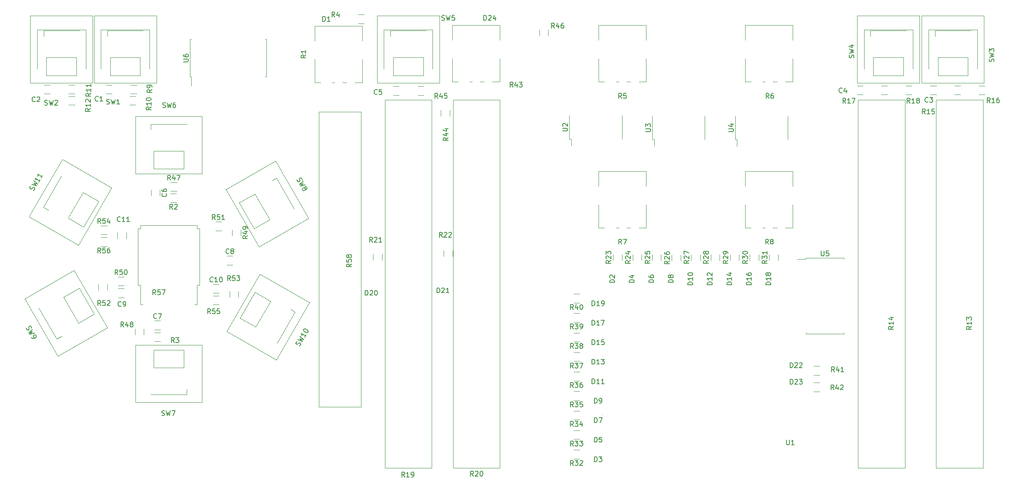
<source format=gbr>
G04 #@! TF.GenerationSoftware,KiCad,Pcbnew,(5.1.4-0-10_14)*
G04 #@! TF.CreationDate,2019-12-15T18:29:08+01:00*
G04 #@! TF.ProjectId,ProgrammerController,50726f67-7261-46d6-9d65-72436f6e7472,rev?*
G04 #@! TF.SameCoordinates,Original*
G04 #@! TF.FileFunction,Legend,Top*
G04 #@! TF.FilePolarity,Positive*
%FSLAX46Y46*%
G04 Gerber Fmt 4.6, Leading zero omitted, Abs format (unit mm)*
G04 Created by KiCad (PCBNEW (5.1.4-0-10_14)) date 2019-12-15 18:29:08*
%MOMM*%
%LPD*%
G04 APERTURE LIST*
%ADD10C,0.120000*%
%ADD11C,0.100000*%
%ADD12C,0.150000*%
G04 APERTURE END LIST*
D10*
X114360000Y-61720000D02*
X113530000Y-61720000D01*
X111910000Y-61720000D02*
X111380000Y-61720000D01*
X109010000Y-61720000D02*
X107830000Y-61720000D01*
X117570000Y-61720000D02*
X117570000Y-57000000D01*
X107830000Y-53190000D02*
X107830000Y-50130000D01*
X107820000Y-61720000D02*
X107820000Y-57000000D01*
X117570000Y-53190000D02*
X117570000Y-50130000D01*
X117570000Y-61720000D02*
X116080000Y-61720000D01*
X117570000Y-50130000D02*
X107830000Y-50130000D01*
X56076091Y-77461027D02*
X66208588Y-83311027D01*
X57251570Y-89525038D02*
X60311570Y-84224962D01*
X66208588Y-83311027D02*
X59408588Y-95088973D01*
X60455864Y-91375038D02*
X57251570Y-89525038D01*
X63515864Y-86074962D02*
X60455864Y-91375038D01*
X60311570Y-84224962D02*
X63515864Y-86074962D01*
X52193430Y-87285993D02*
X55843430Y-80964007D01*
X53189359Y-87860993D02*
X52193430Y-87285993D01*
X59408588Y-95088973D02*
X49276091Y-89238973D01*
X49276091Y-89238973D02*
X56076091Y-77461027D01*
X99923909Y-118638973D02*
X89791412Y-112788973D01*
X98748430Y-106574962D02*
X95688430Y-111875038D01*
X89791412Y-112788973D02*
X96591412Y-101011027D01*
X95544136Y-104724962D02*
X98748430Y-106574962D01*
X92484136Y-110025038D02*
X95544136Y-104724962D01*
X95688430Y-111875038D02*
X92484136Y-110025038D01*
X103806570Y-108814007D02*
X100156570Y-115135993D01*
X102810641Y-108239007D02*
X103806570Y-108814007D01*
X96591412Y-101011027D02*
X106723909Y-106861027D01*
X106723909Y-106861027D02*
X99923909Y-118638973D01*
X48376091Y-106061027D02*
X58508588Y-100211027D01*
X59411570Y-111075038D02*
X56351570Y-105774962D01*
X58508588Y-100211027D02*
X65308588Y-111988973D01*
X62615864Y-109225038D02*
X59411570Y-111075038D01*
X59555864Y-103924962D02*
X62615864Y-109225038D01*
X56351570Y-105774962D02*
X59555864Y-103924962D01*
X54943430Y-114335993D02*
X51293430Y-108014007D01*
X55939359Y-113760993D02*
X54943430Y-114335993D01*
X65308588Y-111988973D02*
X55176091Y-117838973D01*
X55176091Y-117838973D02*
X48376091Y-106061027D01*
X106557626Y-89561474D02*
X96425129Y-95411474D01*
X95522147Y-84547463D02*
X98582147Y-89847539D01*
X96425129Y-95411474D02*
X89625129Y-83633528D01*
X92317853Y-86397463D02*
X95522147Y-84547463D01*
X95377853Y-91697539D02*
X92317853Y-86397463D01*
X98582147Y-89847539D02*
X95377853Y-91697539D01*
X99990287Y-81286508D02*
X103640287Y-87608494D01*
X98994358Y-81861508D02*
X99990287Y-81286508D01*
X89625129Y-83633528D02*
X99757626Y-77783528D01*
X99757626Y-77783528D02*
X106557626Y-89561474D01*
X71100000Y-127300000D02*
X71100000Y-115600000D01*
X80960000Y-120250000D02*
X74840000Y-120250000D01*
X71100000Y-115600000D02*
X84700000Y-115600000D01*
X80960000Y-116550000D02*
X80960000Y-120250000D01*
X74840000Y-116550000D02*
X80960000Y-116550000D01*
X74840000Y-120250000D02*
X74840000Y-116550000D01*
X81550000Y-125750000D02*
X74250000Y-125750000D01*
X81550000Y-124600000D02*
X81550000Y-125750000D01*
X84700000Y-115600000D02*
X84700000Y-127300000D01*
X84700000Y-127300000D02*
X71100000Y-127300000D01*
X84700000Y-68700000D02*
X84700000Y-80400000D01*
X74840000Y-75750000D02*
X80960000Y-75750000D01*
X84700000Y-80400000D02*
X71100000Y-80400000D01*
X74840000Y-79450000D02*
X74840000Y-75750000D01*
X80960000Y-79450000D02*
X74840000Y-79450000D01*
X80960000Y-75750000D02*
X80960000Y-79450000D01*
X74250000Y-70250000D02*
X81550000Y-70250000D01*
X74250000Y-71400000D02*
X74250000Y-70250000D01*
X71100000Y-80400000D02*
X71100000Y-68700000D01*
X71100000Y-68700000D02*
X84700000Y-68700000D01*
X65214564Y-93490000D02*
X64010436Y-93490000D01*
X65214564Y-95310000D02*
X64010436Y-95310000D01*
X87010436Y-107310000D02*
X88214564Y-107310000D01*
X87010436Y-105490000D02*
X88214564Y-105490000D01*
X64010436Y-92910000D02*
X65214564Y-92910000D01*
X64010436Y-91090000D02*
X65214564Y-91090000D01*
X65310000Y-104314564D02*
X65310000Y-103110436D01*
X63490000Y-104314564D02*
X63490000Y-103110436D01*
X87485436Y-92110000D02*
X88689564Y-92110000D01*
X87485436Y-90290000D02*
X88689564Y-90290000D01*
X67510436Y-103410000D02*
X68714564Y-103410000D01*
X67510436Y-101590000D02*
X68714564Y-101590000D01*
X70990000Y-112285436D02*
X70990000Y-113489564D01*
X72810000Y-112285436D02*
X72810000Y-113489564D01*
X78310436Y-84010000D02*
X79514564Y-84010000D01*
X78310436Y-82190000D02*
X79514564Y-82190000D01*
X116710436Y-49610000D02*
X117914564Y-49610000D01*
X116710436Y-47790000D02*
X117914564Y-47790000D01*
X74985436Y-114810000D02*
X76189564Y-114810000D01*
X74985436Y-112990000D02*
X76189564Y-112990000D01*
X79489564Y-84490000D02*
X78285436Y-84490000D01*
X79489564Y-86310000D02*
X78285436Y-86310000D01*
D11*
X112070000Y-48800000D02*
G75*
G03X112070000Y-48800000I-50000J0D01*
G01*
D10*
X69210000Y-93689564D02*
X69210000Y-92485436D01*
X67390000Y-93689564D02*
X67390000Y-92485436D01*
X67510436Y-105810000D02*
X68714564Y-105810000D01*
X67510436Y-103990000D02*
X68714564Y-103990000D01*
X89810436Y-99110000D02*
X91014564Y-99110000D01*
X89810436Y-97290000D02*
X91014564Y-97290000D01*
X74985436Y-112410000D02*
X76189564Y-112410000D01*
X74985436Y-110590000D02*
X76189564Y-110590000D01*
X74290000Y-83710436D02*
X74290000Y-84914564D01*
X76110000Y-83710436D02*
X76110000Y-84914564D01*
X108700000Y-128300000D02*
X108700000Y-67700000D01*
X108800000Y-128300000D02*
X108700000Y-128300000D01*
X117300000Y-128300000D02*
X108800000Y-128300000D01*
X117300000Y-67700000D02*
X117300000Y-128300000D01*
X108700000Y-67700000D02*
X117300000Y-67700000D01*
X72100000Y-107300000D02*
X72600000Y-107300000D01*
X83700000Y-107300000D02*
X83200000Y-107300000D01*
X72100000Y-91000000D02*
X72400000Y-91000000D01*
X72100000Y-91700000D02*
X72100000Y-91000000D01*
X71600000Y-91700000D02*
X72100000Y-91700000D01*
X71600000Y-103300000D02*
X71600000Y-91700000D01*
X72100000Y-103300000D02*
X71600000Y-103300000D01*
X72100000Y-107300000D02*
X72100000Y-103300000D01*
X83700000Y-103300000D02*
X83700000Y-107300000D01*
X84200000Y-103300000D02*
X83700000Y-103300000D01*
X84200000Y-91700000D02*
X84200000Y-103300000D01*
X83700000Y-91700000D02*
X84200000Y-91700000D01*
X83700000Y-91000000D02*
X83700000Y-91700000D01*
X72400000Y-91000000D02*
X83700000Y-91000000D01*
X92210000Y-105789564D02*
X92210000Y-104585436D01*
X90390000Y-105789564D02*
X90390000Y-104585436D01*
X90890000Y-91910436D02*
X90890000Y-93114564D01*
X92710000Y-91910436D02*
X92710000Y-93114564D01*
X87010436Y-104910000D02*
X88214564Y-104910000D01*
X87010436Y-103090000D02*
X88214564Y-103090000D01*
X122000000Y-58900000D02*
X122000000Y-50900000D01*
X132000000Y-50900000D02*
X132000000Y-58900000D01*
X122000000Y-50900000D02*
X132000000Y-50900000D01*
X123940000Y-56550000D02*
X130060000Y-56550000D01*
X130060000Y-56550000D02*
X130060000Y-60250000D01*
X130060000Y-60250000D02*
X123940000Y-60250000D01*
X123940000Y-60250000D02*
X123940000Y-56550000D01*
X123350000Y-52200000D02*
X123350000Y-51050000D01*
X123350000Y-51050000D02*
X130650000Y-51050000D01*
X133400000Y-61800000D02*
X120600000Y-61800000D01*
X120600000Y-61800000D02*
X120600000Y-48000000D01*
X133400000Y-48000000D02*
X133400000Y-61800000D01*
X120600000Y-48000000D02*
X133400000Y-48000000D01*
X220400000Y-58900000D02*
X220400000Y-50900000D01*
X230400000Y-50900000D02*
X230400000Y-58900000D01*
X220400000Y-50900000D02*
X230400000Y-50900000D01*
X222340000Y-56550000D02*
X228460000Y-56550000D01*
X228460000Y-56550000D02*
X228460000Y-60250000D01*
X228460000Y-60250000D02*
X222340000Y-60250000D01*
X222340000Y-60250000D02*
X222340000Y-56550000D01*
X221750000Y-52200000D02*
X221750000Y-51050000D01*
X221750000Y-51050000D02*
X229050000Y-51050000D01*
X231800000Y-61800000D02*
X219000000Y-61800000D01*
X219000000Y-61800000D02*
X219000000Y-48000000D01*
X231800000Y-48000000D02*
X231800000Y-61800000D01*
X219000000Y-48000000D02*
X231800000Y-48000000D01*
X233620000Y-58900000D02*
X233620000Y-50900000D01*
X243620000Y-50900000D02*
X243620000Y-58900000D01*
X233620000Y-50900000D02*
X243620000Y-50900000D01*
X235560000Y-56550000D02*
X241680000Y-56550000D01*
X241680000Y-56550000D02*
X241680000Y-60250000D01*
X241680000Y-60250000D02*
X235560000Y-60250000D01*
X235560000Y-60250000D02*
X235560000Y-56550000D01*
X234970000Y-52200000D02*
X234970000Y-51050000D01*
X234970000Y-51050000D02*
X242270000Y-51050000D01*
X245020000Y-61800000D02*
X232220000Y-61800000D01*
X232220000Y-61800000D02*
X232220000Y-48000000D01*
X245020000Y-48000000D02*
X245020000Y-61800000D01*
X232220000Y-48000000D02*
X245020000Y-48000000D01*
X50900000Y-58900000D02*
X50900000Y-50900000D01*
X60900000Y-50900000D02*
X60900000Y-58900000D01*
X50900000Y-50900000D02*
X60900000Y-50900000D01*
X52840000Y-56550000D02*
X58960000Y-56550000D01*
X58960000Y-56550000D02*
X58960000Y-60250000D01*
X58960000Y-60250000D02*
X52840000Y-60250000D01*
X52840000Y-60250000D02*
X52840000Y-56550000D01*
X52250000Y-52200000D02*
X52250000Y-51050000D01*
X52250000Y-51050000D02*
X59550000Y-51050000D01*
X62300000Y-61800000D02*
X49500000Y-61800000D01*
X49500000Y-61800000D02*
X49500000Y-48000000D01*
X62300000Y-48000000D02*
X62300000Y-61800000D01*
X49500000Y-48000000D02*
X62300000Y-48000000D01*
X64000000Y-58900000D02*
X64000000Y-50900000D01*
X74000000Y-50900000D02*
X74000000Y-58900000D01*
X64000000Y-50900000D02*
X74000000Y-50900000D01*
X65940000Y-56550000D02*
X72060000Y-56550000D01*
X72060000Y-56550000D02*
X72060000Y-60250000D01*
X72060000Y-60250000D02*
X65940000Y-60250000D01*
X65940000Y-60250000D02*
X65940000Y-56550000D01*
X65350000Y-52200000D02*
X65350000Y-51050000D01*
X65350000Y-51050000D02*
X72650000Y-51050000D01*
X75400000Y-61800000D02*
X62600000Y-61800000D01*
X62600000Y-61800000D02*
X62600000Y-48000000D01*
X75400000Y-48000000D02*
X75400000Y-61800000D01*
X62600000Y-48000000D02*
X75400000Y-48000000D01*
X82555000Y-60560000D02*
X82555000Y-62375000D01*
X82290000Y-60560000D02*
X82555000Y-60560000D01*
X82290000Y-56700000D02*
X82290000Y-60560000D01*
X82290000Y-52840000D02*
X82555000Y-52840000D01*
X82290000Y-56700000D02*
X82290000Y-52840000D01*
X97910000Y-60560000D02*
X97645000Y-60560000D01*
X97910000Y-56700000D02*
X97910000Y-60560000D01*
X97910000Y-52840000D02*
X97645000Y-52840000D01*
X97910000Y-56700000D02*
X97910000Y-52840000D01*
X155710000Y-52089564D02*
X155710000Y-50885436D01*
X153890000Y-52089564D02*
X153890000Y-50885436D01*
X129010436Y-64310000D02*
X130214564Y-64310000D01*
X129010436Y-62490000D02*
X130214564Y-62490000D01*
X133690000Y-67410436D02*
X133690000Y-68614564D01*
X135510000Y-67410436D02*
X135510000Y-68614564D01*
X142560000Y-61520000D02*
X141730000Y-61520000D01*
X140110000Y-61520000D02*
X139580000Y-61520000D01*
X137210000Y-61520000D02*
X136030000Y-61520000D01*
X145770000Y-61520000D02*
X145770000Y-56800000D01*
X136030000Y-52990000D02*
X136030000Y-49930000D01*
X136020000Y-61520000D02*
X136020000Y-56800000D01*
X145770000Y-52990000D02*
X145770000Y-49930000D01*
X145770000Y-61520000D02*
X144280000Y-61520000D01*
X145770000Y-49930000D02*
X136030000Y-49930000D01*
D11*
X140110000Y-48500000D02*
G75*
G03X140110000Y-48500000I-50000J0D01*
G01*
D10*
X125089564Y-62490000D02*
X123885436Y-62490000D01*
X125089564Y-64310000D02*
X123885436Y-64310000D01*
X208540000Y-97955000D02*
X206725000Y-97955000D01*
X208540000Y-97690000D02*
X208540000Y-97955000D01*
X212400000Y-97690000D02*
X208540000Y-97690000D01*
X216260000Y-97690000D02*
X216260000Y-97955000D01*
X212400000Y-97690000D02*
X216260000Y-97690000D01*
X208540000Y-113310000D02*
X208540000Y-113045000D01*
X212400000Y-113310000D02*
X208540000Y-113310000D01*
X216260000Y-113310000D02*
X216260000Y-113045000D01*
X212400000Y-113310000D02*
X216260000Y-113310000D01*
X204800000Y-73400000D02*
X204800000Y-68600000D01*
X194000000Y-73400000D02*
X194000000Y-68600000D01*
X194400000Y-73400000D02*
X194400000Y-74800000D01*
X194000000Y-73400000D02*
X194400000Y-73400000D01*
X187800000Y-73400000D02*
X187800000Y-68600000D01*
X177000000Y-73400000D02*
X177000000Y-68600000D01*
X177400000Y-73400000D02*
X177400000Y-74800000D01*
X177000000Y-73400000D02*
X177400000Y-73400000D01*
X170800000Y-73300000D02*
X170800000Y-68500000D01*
X160000000Y-73300000D02*
X160000000Y-68500000D01*
X160400000Y-73300000D02*
X160400000Y-74700000D01*
X160000000Y-73300000D02*
X160400000Y-73300000D01*
X145800000Y-140800000D02*
X136200000Y-140800000D01*
X145800000Y-65300000D02*
X145800000Y-140800000D01*
X136200000Y-65300000D02*
X145800000Y-65300000D01*
X136200000Y-140800000D02*
X136200000Y-65300000D01*
X131800000Y-140800000D02*
X122200000Y-140800000D01*
X131800000Y-65300000D02*
X131800000Y-140800000D01*
X122200000Y-65300000D02*
X131800000Y-65300000D01*
X122200000Y-140800000D02*
X122200000Y-65300000D01*
X228800000Y-140800000D02*
X219200000Y-140800000D01*
X228800000Y-65300000D02*
X228800000Y-140800000D01*
X219200000Y-65300000D02*
X228800000Y-65300000D01*
X219200000Y-140800000D02*
X219200000Y-65300000D01*
X244800000Y-140800000D02*
X235200000Y-140800000D01*
X244800000Y-65300000D02*
X244800000Y-140800000D01*
X235200000Y-65300000D02*
X244800000Y-65300000D01*
X235200000Y-140800000D02*
X235200000Y-65300000D01*
X210085436Y-125110000D02*
X211289564Y-125110000D01*
X210085436Y-123290000D02*
X211289564Y-123290000D01*
X134290000Y-96197936D02*
X134290000Y-97402064D01*
X136110000Y-96197936D02*
X136110000Y-97402064D01*
X210085436Y-121710000D02*
X211289564Y-121710000D01*
X210085436Y-119890000D02*
X211289564Y-119890000D01*
X162089564Y-105090000D02*
X160885436Y-105090000D01*
X162089564Y-106910000D02*
X160885436Y-106910000D01*
X202810000Y-98202064D02*
X202810000Y-96997936D01*
X200990000Y-98202064D02*
X200990000Y-96997936D01*
X119790000Y-96897936D02*
X119790000Y-98102064D01*
X121610000Y-96897936D02*
X121610000Y-98102064D01*
X162089564Y-109090000D02*
X160885436Y-109090000D01*
X162089564Y-110910000D02*
X160885436Y-110910000D01*
X198810000Y-98202064D02*
X198810000Y-96997936D01*
X196990000Y-98202064D02*
X196990000Y-96997936D01*
X162089564Y-113090000D02*
X160885436Y-113090000D01*
X162089564Y-114910000D02*
X160885436Y-114910000D01*
X194810000Y-98202064D02*
X194810000Y-96997936D01*
X192990000Y-98202064D02*
X192990000Y-96997936D01*
X162089564Y-117090000D02*
X160885436Y-117090000D01*
X162089564Y-118910000D02*
X160885436Y-118910000D01*
X190810000Y-98202064D02*
X190810000Y-96997936D01*
X188990000Y-98202064D02*
X188990000Y-96997936D01*
X162089564Y-121090000D02*
X160885436Y-121090000D01*
X162089564Y-122910000D02*
X160885436Y-122910000D01*
X186810000Y-98202064D02*
X186810000Y-96997936D01*
X184990000Y-98202064D02*
X184990000Y-96997936D01*
X162089564Y-125090000D02*
X160885436Y-125090000D01*
X162089564Y-126910000D02*
X160885436Y-126910000D01*
X182810000Y-98302064D02*
X182810000Y-97097936D01*
X180990000Y-98302064D02*
X180990000Y-97097936D01*
X162089564Y-129090000D02*
X160885436Y-129090000D01*
X162089564Y-130910000D02*
X160885436Y-130910000D01*
X178810000Y-98202064D02*
X178810000Y-96997936D01*
X176990000Y-98202064D02*
X176990000Y-96997936D01*
X162089564Y-133090000D02*
X160885436Y-133090000D01*
X162089564Y-134910000D02*
X160885436Y-134910000D01*
X174810000Y-98202064D02*
X174810000Y-96997936D01*
X172990000Y-98202064D02*
X172990000Y-96997936D01*
X162089564Y-137090000D02*
X160885436Y-137090000D01*
X162089564Y-138910000D02*
X160885436Y-138910000D01*
X170810000Y-98202064D02*
X170810000Y-96997936D01*
X168990000Y-98202064D02*
X168990000Y-96997936D01*
X202560000Y-91520000D02*
X201730000Y-91520000D01*
X200110000Y-91520000D02*
X199580000Y-91520000D01*
X197210000Y-91520000D02*
X196030000Y-91520000D01*
X205770000Y-91520000D02*
X205770000Y-86800000D01*
X196030000Y-82990000D02*
X196030000Y-79930000D01*
X196020000Y-91520000D02*
X196020000Y-86800000D01*
X205770000Y-82990000D02*
X205770000Y-79930000D01*
X205770000Y-91520000D02*
X204280000Y-91520000D01*
X205770000Y-79930000D02*
X196030000Y-79930000D01*
X223985436Y-64210000D02*
X225189564Y-64210000D01*
X223985436Y-62390000D02*
X225189564Y-62390000D01*
X57410436Y-64010000D02*
X58614564Y-64010000D01*
X57410436Y-62190000D02*
X58614564Y-62190000D01*
X172560000Y-91520000D02*
X171730000Y-91520000D01*
X170110000Y-91520000D02*
X169580000Y-91520000D01*
X167210000Y-91520000D02*
X166030000Y-91520000D01*
X175770000Y-91520000D02*
X175770000Y-86800000D01*
X166030000Y-82990000D02*
X166030000Y-79930000D01*
X166020000Y-91520000D02*
X166020000Y-86800000D01*
X175770000Y-82990000D02*
X175770000Y-79930000D01*
X175770000Y-91520000D02*
X174280000Y-91520000D01*
X175770000Y-79930000D02*
X166030000Y-79930000D01*
X229010436Y-64210000D02*
X230214564Y-64210000D01*
X229010436Y-62390000D02*
X230214564Y-62390000D01*
X58614564Y-64490000D02*
X57410436Y-64490000D01*
X58614564Y-66310000D02*
X57410436Y-66310000D01*
X202560000Y-61520000D02*
X201730000Y-61520000D01*
X200110000Y-61520000D02*
X199580000Y-61520000D01*
X197210000Y-61520000D02*
X196030000Y-61520000D01*
X205770000Y-61520000D02*
X205770000Y-56800000D01*
X196030000Y-52990000D02*
X196030000Y-49930000D01*
X196020000Y-61520000D02*
X196020000Y-56800000D01*
X205770000Y-52990000D02*
X205770000Y-49930000D01*
X205770000Y-61520000D02*
X204280000Y-61520000D01*
X205770000Y-49930000D02*
X196030000Y-49930000D01*
X238985436Y-64210000D02*
X240189564Y-64210000D01*
X238985436Y-62390000D02*
X240189564Y-62390000D01*
X70110436Y-64010000D02*
X71314564Y-64010000D01*
X70110436Y-62190000D02*
X71314564Y-62190000D01*
X243985436Y-64210000D02*
X245189564Y-64210000D01*
X243985436Y-62390000D02*
X245189564Y-62390000D01*
X71114564Y-64490000D02*
X69910436Y-64490000D01*
X71114564Y-66310000D02*
X69910436Y-66310000D01*
X172560000Y-61520000D02*
X171730000Y-61520000D01*
X170110000Y-61520000D02*
X169580000Y-61520000D01*
X167210000Y-61520000D02*
X166030000Y-61520000D01*
X175770000Y-61520000D02*
X175770000Y-56800000D01*
X166030000Y-52990000D02*
X166030000Y-49930000D01*
X166020000Y-61520000D02*
X166020000Y-56800000D01*
X175770000Y-52990000D02*
X175770000Y-49930000D01*
X175770000Y-61520000D02*
X174280000Y-61520000D01*
X175770000Y-49930000D02*
X166030000Y-49930000D01*
D11*
X166810000Y-106000000D02*
G75*
G03X166810000Y-106000000I-50000J0D01*
G01*
X201950000Y-102860000D02*
G75*
G03X201950000Y-102860000I-50000J0D01*
G01*
X166810000Y-110000000D02*
G75*
G03X166810000Y-110000000I-50000J0D01*
G01*
X197950000Y-102860000D02*
G75*
G03X197950000Y-102860000I-50000J0D01*
G01*
X166810000Y-114000000D02*
G75*
G03X166810000Y-114000000I-50000J0D01*
G01*
X193950000Y-102860000D02*
G75*
G03X193950000Y-102860000I-50000J0D01*
G01*
X166810000Y-118000000D02*
G75*
G03X166810000Y-118000000I-50000J0D01*
G01*
X189950000Y-102860000D02*
G75*
G03X189950000Y-102860000I-50000J0D01*
G01*
X166810000Y-122000000D02*
G75*
G03X166810000Y-122000000I-50000J0D01*
G01*
X185950000Y-102860000D02*
G75*
G03X185950000Y-102860000I-50000J0D01*
G01*
X166810000Y-126000000D02*
G75*
G03X166810000Y-126000000I-50000J0D01*
G01*
X181950000Y-102860000D02*
G75*
G03X181950000Y-102860000I-50000J0D01*
G01*
X166810000Y-130000000D02*
G75*
G03X166810000Y-130000000I-50000J0D01*
G01*
X177950000Y-102860000D02*
G75*
G03X177950000Y-102860000I-50000J0D01*
G01*
X166810000Y-134000000D02*
G75*
G03X166810000Y-134000000I-50000J0D01*
G01*
X173950000Y-102860000D02*
G75*
G03X173950000Y-102860000I-50000J0D01*
G01*
X166810000Y-138000000D02*
G75*
G03X166810000Y-138000000I-50000J0D01*
G01*
X169950000Y-102860000D02*
G75*
G03X169950000Y-102860000I-50000J0D01*
G01*
D10*
X220189564Y-62390000D02*
X218985436Y-62390000D01*
X220189564Y-64210000D02*
X218985436Y-64210000D01*
X235214564Y-62390000D02*
X234010436Y-62390000D01*
X235214564Y-64210000D02*
X234010436Y-64210000D01*
X53589564Y-62190000D02*
X52385436Y-62190000D01*
X53589564Y-64010000D02*
X52385436Y-64010000D01*
X66289564Y-62190000D02*
X65085436Y-62190000D01*
X66289564Y-64010000D02*
X65085436Y-64010000D01*
D12*
X106012380Y-56056666D02*
X105536190Y-56390000D01*
X106012380Y-56628095D02*
X105012380Y-56628095D01*
X105012380Y-56247142D01*
X105060000Y-56151904D01*
X105107619Y-56104285D01*
X105202857Y-56056666D01*
X105345714Y-56056666D01*
X105440952Y-56104285D01*
X105488571Y-56151904D01*
X105536190Y-56247142D01*
X105536190Y-56628095D01*
X106012380Y-55104285D02*
X106012380Y-55675714D01*
X106012380Y-55390000D02*
X105012380Y-55390000D01*
X105155238Y-55485238D01*
X105250476Y-55580476D01*
X105298095Y-55675714D01*
X50180004Y-83882871D02*
X50292672Y-83782963D01*
X50411719Y-83576766D01*
X50418099Y-83470478D01*
X50400669Y-83405429D01*
X50342000Y-83316571D01*
X50259521Y-83268952D01*
X50153233Y-83262572D01*
X50088184Y-83280002D01*
X49999326Y-83338671D01*
X49862849Y-83479819D01*
X49773990Y-83538488D01*
X49708942Y-83555917D01*
X49602653Y-83549538D01*
X49520175Y-83501919D01*
X49461506Y-83413060D01*
X49444076Y-83348011D01*
X49450456Y-83241723D01*
X49569503Y-83035527D01*
X49682171Y-82935618D01*
X49807599Y-82623134D02*
X50792672Y-82916937D01*
X50269320Y-82394837D01*
X50983148Y-82587023D01*
X50236170Y-81880826D01*
X51554576Y-81597279D02*
X51268862Y-82092151D01*
X51411719Y-81844715D02*
X50545694Y-81344715D01*
X50621793Y-81498622D01*
X50656652Y-81628720D01*
X50650272Y-81735008D01*
X52030767Y-80772493D02*
X51745053Y-81267365D01*
X51887910Y-81019929D02*
X51021884Y-80519929D01*
X51097983Y-80673836D01*
X51132843Y-80803934D01*
X51126463Y-80910222D01*
X104711540Y-115756077D02*
X104824208Y-115656169D01*
X104943255Y-115449972D01*
X104949635Y-115343684D01*
X104932205Y-115278635D01*
X104873536Y-115189777D01*
X104791057Y-115142158D01*
X104684769Y-115135778D01*
X104619720Y-115153208D01*
X104530862Y-115211877D01*
X104394385Y-115353025D01*
X104305526Y-115411694D01*
X104240478Y-115429123D01*
X104134189Y-115422744D01*
X104051711Y-115375125D01*
X103993042Y-115286266D01*
X103975612Y-115221217D01*
X103981992Y-115114929D01*
X104101039Y-114908733D01*
X104213707Y-114808824D01*
X104339135Y-114496340D02*
X105324208Y-114790143D01*
X104800856Y-114268043D01*
X105514684Y-114460229D01*
X104767706Y-113754032D01*
X106086112Y-113470485D02*
X105800398Y-113965357D01*
X105943255Y-113717921D02*
X105077230Y-113217921D01*
X105153329Y-113371828D01*
X105188188Y-113501926D01*
X105181808Y-113608214D01*
X105529611Y-112434375D02*
X105577230Y-112351896D01*
X105666088Y-112293227D01*
X105731137Y-112275797D01*
X105837425Y-112282177D01*
X106026192Y-112336176D01*
X106232388Y-112455223D01*
X106373536Y-112591701D01*
X106432205Y-112680559D01*
X106449635Y-112745608D01*
X106443255Y-112851896D01*
X106395636Y-112934375D01*
X106306778Y-112993044D01*
X106241729Y-113010473D01*
X106135441Y-113004094D01*
X105946674Y-112950095D01*
X105740478Y-112831047D01*
X105599330Y-112694570D01*
X105540661Y-112605711D01*
X105523231Y-112540663D01*
X105529611Y-112434375D01*
X48717031Y-112061077D02*
X48747220Y-112208604D01*
X48866268Y-112414801D01*
X48955126Y-112473470D01*
X49020175Y-112490900D01*
X49126463Y-112484520D01*
X49208942Y-112436901D01*
X49267611Y-112348043D01*
X49285040Y-112282994D01*
X49278661Y-112176706D01*
X49224662Y-111987939D01*
X49218282Y-111881651D01*
X49235712Y-111816602D01*
X49294381Y-111727744D01*
X49376860Y-111680125D01*
X49483148Y-111673745D01*
X49548197Y-111691175D01*
X49637055Y-111749844D01*
X49756103Y-111956040D01*
X49786292Y-112103568D01*
X49994198Y-112368433D02*
X49247220Y-113074630D01*
X49961048Y-112882444D01*
X49437696Y-113404544D01*
X50422769Y-113110741D01*
X49771030Y-113981894D02*
X49866268Y-114146852D01*
X49955126Y-114205521D01*
X50020175Y-114222951D01*
X50191512Y-114234001D01*
X50380279Y-114180002D01*
X50710193Y-113989526D01*
X50768862Y-113900667D01*
X50786292Y-113835618D01*
X50779912Y-113729330D01*
X50684674Y-113564373D01*
X50595816Y-113505704D01*
X50530767Y-113488274D01*
X50424479Y-113494654D01*
X50218282Y-113613702D01*
X50159613Y-113702560D01*
X50142183Y-113767609D01*
X50148563Y-113873897D01*
X50243801Y-114038854D01*
X50332659Y-114097523D01*
X50397708Y-114114953D01*
X50503996Y-114108573D01*
X104182284Y-81656784D02*
X104212473Y-81804311D01*
X104331521Y-82010508D01*
X104420379Y-82069177D01*
X104485428Y-82086607D01*
X104591716Y-82080227D01*
X104674195Y-82032608D01*
X104732864Y-81943750D01*
X104750293Y-81878701D01*
X104743914Y-81772413D01*
X104689915Y-81583646D01*
X104683535Y-81477358D01*
X104700965Y-81412309D01*
X104759634Y-81323451D01*
X104842113Y-81275832D01*
X104948401Y-81269452D01*
X105013450Y-81286882D01*
X105102308Y-81345551D01*
X105221356Y-81551747D01*
X105251545Y-81699275D01*
X105459451Y-81964140D02*
X104712473Y-82670337D01*
X105426301Y-82478151D01*
X104902949Y-83000251D01*
X105888022Y-82706448D01*
X105778773Y-83374366D02*
X105772393Y-83268078D01*
X105789823Y-83203029D01*
X105848492Y-83114170D01*
X105889732Y-83090361D01*
X105996020Y-83083981D01*
X106061069Y-83101411D01*
X106149927Y-83160080D01*
X106245165Y-83325037D01*
X106251545Y-83431325D01*
X106234115Y-83496374D01*
X106175446Y-83585233D01*
X106134207Y-83609042D01*
X106027919Y-83615422D01*
X105962870Y-83597992D01*
X105874011Y-83539323D01*
X105778773Y-83374366D01*
X105689915Y-83315697D01*
X105624866Y-83298267D01*
X105518578Y-83304647D01*
X105353621Y-83399885D01*
X105294952Y-83488743D01*
X105277522Y-83553792D01*
X105283902Y-83660080D01*
X105379140Y-83825037D01*
X105467998Y-83883706D01*
X105533047Y-83901136D01*
X105639335Y-83894756D01*
X105804292Y-83799518D01*
X105862961Y-83710660D01*
X105880391Y-83645611D01*
X105874011Y-83539323D01*
X76466666Y-130004761D02*
X76609523Y-130052380D01*
X76847619Y-130052380D01*
X76942857Y-130004761D01*
X76990476Y-129957142D01*
X77038095Y-129861904D01*
X77038095Y-129766666D01*
X76990476Y-129671428D01*
X76942857Y-129623809D01*
X76847619Y-129576190D01*
X76657142Y-129528571D01*
X76561904Y-129480952D01*
X76514285Y-129433333D01*
X76466666Y-129338095D01*
X76466666Y-129242857D01*
X76514285Y-129147619D01*
X76561904Y-129100000D01*
X76657142Y-129052380D01*
X76895238Y-129052380D01*
X77038095Y-129100000D01*
X77371428Y-129052380D02*
X77609523Y-130052380D01*
X77800000Y-129338095D01*
X77990476Y-130052380D01*
X78228571Y-129052380D01*
X78514285Y-129052380D02*
X79180952Y-129052380D01*
X78752380Y-130052380D01*
X76666666Y-66804761D02*
X76809523Y-66852380D01*
X77047619Y-66852380D01*
X77142857Y-66804761D01*
X77190476Y-66757142D01*
X77238095Y-66661904D01*
X77238095Y-66566666D01*
X77190476Y-66471428D01*
X77142857Y-66423809D01*
X77047619Y-66376190D01*
X76857142Y-66328571D01*
X76761904Y-66280952D01*
X76714285Y-66233333D01*
X76666666Y-66138095D01*
X76666666Y-66042857D01*
X76714285Y-65947619D01*
X76761904Y-65900000D01*
X76857142Y-65852380D01*
X77095238Y-65852380D01*
X77238095Y-65900000D01*
X77571428Y-65852380D02*
X77809523Y-66852380D01*
X78000000Y-66138095D01*
X78190476Y-66852380D01*
X78428571Y-65852380D01*
X79238095Y-65852380D02*
X79047619Y-65852380D01*
X78952380Y-65900000D01*
X78904761Y-65947619D01*
X78809523Y-66090476D01*
X78761904Y-66280952D01*
X78761904Y-66661904D01*
X78809523Y-66757142D01*
X78857142Y-66804761D01*
X78952380Y-66852380D01*
X79142857Y-66852380D01*
X79238095Y-66804761D01*
X79285714Y-66757142D01*
X79333333Y-66661904D01*
X79333333Y-66423809D01*
X79285714Y-66328571D01*
X79238095Y-66280952D01*
X79142857Y-66233333D01*
X78952380Y-66233333D01*
X78857142Y-66280952D01*
X78809523Y-66328571D01*
X78761904Y-66423809D01*
X63969642Y-96672380D02*
X63636309Y-96196190D01*
X63398214Y-96672380D02*
X63398214Y-95672380D01*
X63779166Y-95672380D01*
X63874404Y-95720000D01*
X63922023Y-95767619D01*
X63969642Y-95862857D01*
X63969642Y-96005714D01*
X63922023Y-96100952D01*
X63874404Y-96148571D01*
X63779166Y-96196190D01*
X63398214Y-96196190D01*
X64874404Y-95672380D02*
X64398214Y-95672380D01*
X64350595Y-96148571D01*
X64398214Y-96100952D01*
X64493452Y-96053333D01*
X64731547Y-96053333D01*
X64826785Y-96100952D01*
X64874404Y-96148571D01*
X64922023Y-96243809D01*
X64922023Y-96481904D01*
X64874404Y-96577142D01*
X64826785Y-96624761D01*
X64731547Y-96672380D01*
X64493452Y-96672380D01*
X64398214Y-96624761D01*
X64350595Y-96577142D01*
X65779166Y-95672380D02*
X65588690Y-95672380D01*
X65493452Y-95720000D01*
X65445833Y-95767619D01*
X65350595Y-95910476D01*
X65302976Y-96100952D01*
X65302976Y-96481904D01*
X65350595Y-96577142D01*
X65398214Y-96624761D01*
X65493452Y-96672380D01*
X65683928Y-96672380D01*
X65779166Y-96624761D01*
X65826785Y-96577142D01*
X65874404Y-96481904D01*
X65874404Y-96243809D01*
X65826785Y-96148571D01*
X65779166Y-96100952D01*
X65683928Y-96053333D01*
X65493452Y-96053333D01*
X65398214Y-96100952D01*
X65350595Y-96148571D01*
X65302976Y-96243809D01*
X86457142Y-109152380D02*
X86123809Y-108676190D01*
X85885714Y-109152380D02*
X85885714Y-108152380D01*
X86266666Y-108152380D01*
X86361904Y-108200000D01*
X86409523Y-108247619D01*
X86457142Y-108342857D01*
X86457142Y-108485714D01*
X86409523Y-108580952D01*
X86361904Y-108628571D01*
X86266666Y-108676190D01*
X85885714Y-108676190D01*
X87361904Y-108152380D02*
X86885714Y-108152380D01*
X86838095Y-108628571D01*
X86885714Y-108580952D01*
X86980952Y-108533333D01*
X87219047Y-108533333D01*
X87314285Y-108580952D01*
X87361904Y-108628571D01*
X87409523Y-108723809D01*
X87409523Y-108961904D01*
X87361904Y-109057142D01*
X87314285Y-109104761D01*
X87219047Y-109152380D01*
X86980952Y-109152380D01*
X86885714Y-109104761D01*
X86838095Y-109057142D01*
X88314285Y-108152380D02*
X87838095Y-108152380D01*
X87790476Y-108628571D01*
X87838095Y-108580952D01*
X87933333Y-108533333D01*
X88171428Y-108533333D01*
X88266666Y-108580952D01*
X88314285Y-108628571D01*
X88361904Y-108723809D01*
X88361904Y-108961904D01*
X88314285Y-109057142D01*
X88266666Y-109104761D01*
X88171428Y-109152380D01*
X87933333Y-109152380D01*
X87838095Y-109104761D01*
X87790476Y-109057142D01*
X63969642Y-90632380D02*
X63636309Y-90156190D01*
X63398214Y-90632380D02*
X63398214Y-89632380D01*
X63779166Y-89632380D01*
X63874404Y-89680000D01*
X63922023Y-89727619D01*
X63969642Y-89822857D01*
X63969642Y-89965714D01*
X63922023Y-90060952D01*
X63874404Y-90108571D01*
X63779166Y-90156190D01*
X63398214Y-90156190D01*
X64874404Y-89632380D02*
X64398214Y-89632380D01*
X64350595Y-90108571D01*
X64398214Y-90060952D01*
X64493452Y-90013333D01*
X64731547Y-90013333D01*
X64826785Y-90060952D01*
X64874404Y-90108571D01*
X64922023Y-90203809D01*
X64922023Y-90441904D01*
X64874404Y-90537142D01*
X64826785Y-90584761D01*
X64731547Y-90632380D01*
X64493452Y-90632380D01*
X64398214Y-90584761D01*
X64350595Y-90537142D01*
X65779166Y-89965714D02*
X65779166Y-90632380D01*
X65541071Y-89584761D02*
X65302976Y-90299047D01*
X65922023Y-90299047D01*
X63957142Y-107452380D02*
X63623809Y-106976190D01*
X63385714Y-107452380D02*
X63385714Y-106452380D01*
X63766666Y-106452380D01*
X63861904Y-106500000D01*
X63909523Y-106547619D01*
X63957142Y-106642857D01*
X63957142Y-106785714D01*
X63909523Y-106880952D01*
X63861904Y-106928571D01*
X63766666Y-106976190D01*
X63385714Y-106976190D01*
X64861904Y-106452380D02*
X64385714Y-106452380D01*
X64338095Y-106928571D01*
X64385714Y-106880952D01*
X64480952Y-106833333D01*
X64719047Y-106833333D01*
X64814285Y-106880952D01*
X64861904Y-106928571D01*
X64909523Y-107023809D01*
X64909523Y-107261904D01*
X64861904Y-107357142D01*
X64814285Y-107404761D01*
X64719047Y-107452380D01*
X64480952Y-107452380D01*
X64385714Y-107404761D01*
X64338095Y-107357142D01*
X65290476Y-106547619D02*
X65338095Y-106500000D01*
X65433333Y-106452380D01*
X65671428Y-106452380D01*
X65766666Y-106500000D01*
X65814285Y-106547619D01*
X65861904Y-106642857D01*
X65861904Y-106738095D01*
X65814285Y-106880952D01*
X65242857Y-107452380D01*
X65861904Y-107452380D01*
X87444642Y-89832380D02*
X87111309Y-89356190D01*
X86873214Y-89832380D02*
X86873214Y-88832380D01*
X87254166Y-88832380D01*
X87349404Y-88880000D01*
X87397023Y-88927619D01*
X87444642Y-89022857D01*
X87444642Y-89165714D01*
X87397023Y-89260952D01*
X87349404Y-89308571D01*
X87254166Y-89356190D01*
X86873214Y-89356190D01*
X88349404Y-88832380D02*
X87873214Y-88832380D01*
X87825595Y-89308571D01*
X87873214Y-89260952D01*
X87968452Y-89213333D01*
X88206547Y-89213333D01*
X88301785Y-89260952D01*
X88349404Y-89308571D01*
X88397023Y-89403809D01*
X88397023Y-89641904D01*
X88349404Y-89737142D01*
X88301785Y-89784761D01*
X88206547Y-89832380D01*
X87968452Y-89832380D01*
X87873214Y-89784761D01*
X87825595Y-89737142D01*
X89349404Y-89832380D02*
X88777976Y-89832380D01*
X89063690Y-89832380D02*
X89063690Y-88832380D01*
X88968452Y-88975238D01*
X88873214Y-89070476D01*
X88777976Y-89118095D01*
X67469642Y-101132380D02*
X67136309Y-100656190D01*
X66898214Y-101132380D02*
X66898214Y-100132380D01*
X67279166Y-100132380D01*
X67374404Y-100180000D01*
X67422023Y-100227619D01*
X67469642Y-100322857D01*
X67469642Y-100465714D01*
X67422023Y-100560952D01*
X67374404Y-100608571D01*
X67279166Y-100656190D01*
X66898214Y-100656190D01*
X68374404Y-100132380D02*
X67898214Y-100132380D01*
X67850595Y-100608571D01*
X67898214Y-100560952D01*
X67993452Y-100513333D01*
X68231547Y-100513333D01*
X68326785Y-100560952D01*
X68374404Y-100608571D01*
X68422023Y-100703809D01*
X68422023Y-100941904D01*
X68374404Y-101037142D01*
X68326785Y-101084761D01*
X68231547Y-101132380D01*
X67993452Y-101132380D01*
X67898214Y-101084761D01*
X67850595Y-101037142D01*
X69041071Y-100132380D02*
X69136309Y-100132380D01*
X69231547Y-100180000D01*
X69279166Y-100227619D01*
X69326785Y-100322857D01*
X69374404Y-100513333D01*
X69374404Y-100751428D01*
X69326785Y-100941904D01*
X69279166Y-101037142D01*
X69231547Y-101084761D01*
X69136309Y-101132380D01*
X69041071Y-101132380D01*
X68945833Y-101084761D01*
X68898214Y-101037142D01*
X68850595Y-100941904D01*
X68802976Y-100751428D01*
X68802976Y-100513333D01*
X68850595Y-100322857D01*
X68898214Y-100227619D01*
X68945833Y-100180000D01*
X69041071Y-100132380D01*
X68657142Y-111852380D02*
X68323809Y-111376190D01*
X68085714Y-111852380D02*
X68085714Y-110852380D01*
X68466666Y-110852380D01*
X68561904Y-110900000D01*
X68609523Y-110947619D01*
X68657142Y-111042857D01*
X68657142Y-111185714D01*
X68609523Y-111280952D01*
X68561904Y-111328571D01*
X68466666Y-111376190D01*
X68085714Y-111376190D01*
X69514285Y-111185714D02*
X69514285Y-111852380D01*
X69276190Y-110804761D02*
X69038095Y-111519047D01*
X69657142Y-111519047D01*
X70180952Y-111280952D02*
X70085714Y-111233333D01*
X70038095Y-111185714D01*
X69990476Y-111090476D01*
X69990476Y-111042857D01*
X70038095Y-110947619D01*
X70085714Y-110900000D01*
X70180952Y-110852380D01*
X70371428Y-110852380D01*
X70466666Y-110900000D01*
X70514285Y-110947619D01*
X70561904Y-111042857D01*
X70561904Y-111090476D01*
X70514285Y-111185714D01*
X70466666Y-111233333D01*
X70371428Y-111280952D01*
X70180952Y-111280952D01*
X70085714Y-111328571D01*
X70038095Y-111376190D01*
X69990476Y-111471428D01*
X69990476Y-111661904D01*
X70038095Y-111757142D01*
X70085714Y-111804761D01*
X70180952Y-111852380D01*
X70371428Y-111852380D01*
X70466666Y-111804761D01*
X70514285Y-111757142D01*
X70561904Y-111661904D01*
X70561904Y-111471428D01*
X70514285Y-111376190D01*
X70466666Y-111328571D01*
X70371428Y-111280952D01*
X78269642Y-81732380D02*
X77936309Y-81256190D01*
X77698214Y-81732380D02*
X77698214Y-80732380D01*
X78079166Y-80732380D01*
X78174404Y-80780000D01*
X78222023Y-80827619D01*
X78269642Y-80922857D01*
X78269642Y-81065714D01*
X78222023Y-81160952D01*
X78174404Y-81208571D01*
X78079166Y-81256190D01*
X77698214Y-81256190D01*
X79126785Y-81065714D02*
X79126785Y-81732380D01*
X78888690Y-80684761D02*
X78650595Y-81399047D01*
X79269642Y-81399047D01*
X79555357Y-80732380D02*
X80222023Y-80732380D01*
X79793452Y-81732380D01*
X111933333Y-48252380D02*
X111600000Y-47776190D01*
X111361904Y-48252380D02*
X111361904Y-47252380D01*
X111742857Y-47252380D01*
X111838095Y-47300000D01*
X111885714Y-47347619D01*
X111933333Y-47442857D01*
X111933333Y-47585714D01*
X111885714Y-47680952D01*
X111838095Y-47728571D01*
X111742857Y-47776190D01*
X111361904Y-47776190D01*
X112790476Y-47585714D02*
X112790476Y-48252380D01*
X112552380Y-47204761D02*
X112314285Y-47919047D01*
X112933333Y-47919047D01*
X79008333Y-115052380D02*
X78675000Y-114576190D01*
X78436904Y-115052380D02*
X78436904Y-114052380D01*
X78817857Y-114052380D01*
X78913095Y-114100000D01*
X78960714Y-114147619D01*
X79008333Y-114242857D01*
X79008333Y-114385714D01*
X78960714Y-114480952D01*
X78913095Y-114528571D01*
X78817857Y-114576190D01*
X78436904Y-114576190D01*
X79341666Y-114052380D02*
X79960714Y-114052380D01*
X79627380Y-114433333D01*
X79770238Y-114433333D01*
X79865476Y-114480952D01*
X79913095Y-114528571D01*
X79960714Y-114623809D01*
X79960714Y-114861904D01*
X79913095Y-114957142D01*
X79865476Y-115004761D01*
X79770238Y-115052380D01*
X79484523Y-115052380D01*
X79389285Y-115004761D01*
X79341666Y-114957142D01*
X78720833Y-87672380D02*
X78387500Y-87196190D01*
X78149404Y-87672380D02*
X78149404Y-86672380D01*
X78530357Y-86672380D01*
X78625595Y-86720000D01*
X78673214Y-86767619D01*
X78720833Y-86862857D01*
X78720833Y-87005714D01*
X78673214Y-87100952D01*
X78625595Y-87148571D01*
X78530357Y-87196190D01*
X78149404Y-87196190D01*
X79101785Y-86767619D02*
X79149404Y-86720000D01*
X79244642Y-86672380D01*
X79482738Y-86672380D01*
X79577976Y-86720000D01*
X79625595Y-86767619D01*
X79673214Y-86862857D01*
X79673214Y-86958095D01*
X79625595Y-87100952D01*
X79054166Y-87672380D01*
X79673214Y-87672380D01*
X109461904Y-49152380D02*
X109461904Y-48152380D01*
X109700000Y-48152380D01*
X109842857Y-48200000D01*
X109938095Y-48295238D01*
X109985714Y-48390476D01*
X110033333Y-48580952D01*
X110033333Y-48723809D01*
X109985714Y-48914285D01*
X109938095Y-49009523D01*
X109842857Y-49104761D01*
X109700000Y-49152380D01*
X109461904Y-49152380D01*
X110985714Y-49152380D02*
X110414285Y-49152380D01*
X110700000Y-49152380D02*
X110700000Y-48152380D01*
X110604761Y-48295238D01*
X110509523Y-48390476D01*
X110414285Y-48438095D01*
X67957142Y-90157142D02*
X67909523Y-90204761D01*
X67766666Y-90252380D01*
X67671428Y-90252380D01*
X67528571Y-90204761D01*
X67433333Y-90109523D01*
X67385714Y-90014285D01*
X67338095Y-89823809D01*
X67338095Y-89680952D01*
X67385714Y-89490476D01*
X67433333Y-89395238D01*
X67528571Y-89300000D01*
X67671428Y-89252380D01*
X67766666Y-89252380D01*
X67909523Y-89300000D01*
X67957142Y-89347619D01*
X68909523Y-90252380D02*
X68338095Y-90252380D01*
X68623809Y-90252380D02*
X68623809Y-89252380D01*
X68528571Y-89395238D01*
X68433333Y-89490476D01*
X68338095Y-89538095D01*
X69861904Y-90252380D02*
X69290476Y-90252380D01*
X69576190Y-90252380D02*
X69576190Y-89252380D01*
X69480952Y-89395238D01*
X69385714Y-89490476D01*
X69290476Y-89538095D01*
X68133333Y-107557142D02*
X68085714Y-107604761D01*
X67942857Y-107652380D01*
X67847619Y-107652380D01*
X67704761Y-107604761D01*
X67609523Y-107509523D01*
X67561904Y-107414285D01*
X67514285Y-107223809D01*
X67514285Y-107080952D01*
X67561904Y-106890476D01*
X67609523Y-106795238D01*
X67704761Y-106700000D01*
X67847619Y-106652380D01*
X67942857Y-106652380D01*
X68085714Y-106700000D01*
X68133333Y-106747619D01*
X68609523Y-107652380D02*
X68800000Y-107652380D01*
X68895238Y-107604761D01*
X68942857Y-107557142D01*
X69038095Y-107414285D01*
X69085714Y-107223809D01*
X69085714Y-106842857D01*
X69038095Y-106747619D01*
X68990476Y-106700000D01*
X68895238Y-106652380D01*
X68704761Y-106652380D01*
X68609523Y-106700000D01*
X68561904Y-106747619D01*
X68514285Y-106842857D01*
X68514285Y-107080952D01*
X68561904Y-107176190D01*
X68609523Y-107223809D01*
X68704761Y-107271428D01*
X68895238Y-107271428D01*
X68990476Y-107223809D01*
X69038095Y-107176190D01*
X69085714Y-107080952D01*
X90245833Y-96737142D02*
X90198214Y-96784761D01*
X90055357Y-96832380D01*
X89960119Y-96832380D01*
X89817261Y-96784761D01*
X89722023Y-96689523D01*
X89674404Y-96594285D01*
X89626785Y-96403809D01*
X89626785Y-96260952D01*
X89674404Y-96070476D01*
X89722023Y-95975238D01*
X89817261Y-95880000D01*
X89960119Y-95832380D01*
X90055357Y-95832380D01*
X90198214Y-95880000D01*
X90245833Y-95927619D01*
X90817261Y-96260952D02*
X90722023Y-96213333D01*
X90674404Y-96165714D01*
X90626785Y-96070476D01*
X90626785Y-96022857D01*
X90674404Y-95927619D01*
X90722023Y-95880000D01*
X90817261Y-95832380D01*
X91007738Y-95832380D01*
X91102976Y-95880000D01*
X91150595Y-95927619D01*
X91198214Y-96022857D01*
X91198214Y-96070476D01*
X91150595Y-96165714D01*
X91102976Y-96213333D01*
X91007738Y-96260952D01*
X90817261Y-96260952D01*
X90722023Y-96308571D01*
X90674404Y-96356190D01*
X90626785Y-96451428D01*
X90626785Y-96641904D01*
X90674404Y-96737142D01*
X90722023Y-96784761D01*
X90817261Y-96832380D01*
X91007738Y-96832380D01*
X91102976Y-96784761D01*
X91150595Y-96737142D01*
X91198214Y-96641904D01*
X91198214Y-96451428D01*
X91150595Y-96356190D01*
X91102976Y-96308571D01*
X91007738Y-96260952D01*
X75420833Y-110037142D02*
X75373214Y-110084761D01*
X75230357Y-110132380D01*
X75135119Y-110132380D01*
X74992261Y-110084761D01*
X74897023Y-109989523D01*
X74849404Y-109894285D01*
X74801785Y-109703809D01*
X74801785Y-109560952D01*
X74849404Y-109370476D01*
X74897023Y-109275238D01*
X74992261Y-109180000D01*
X75135119Y-109132380D01*
X75230357Y-109132380D01*
X75373214Y-109180000D01*
X75420833Y-109227619D01*
X75754166Y-109132380D02*
X76420833Y-109132380D01*
X75992261Y-110132380D01*
X77377142Y-84479166D02*
X77424761Y-84526785D01*
X77472380Y-84669642D01*
X77472380Y-84764880D01*
X77424761Y-84907738D01*
X77329523Y-85002976D01*
X77234285Y-85050595D01*
X77043809Y-85098214D01*
X76900952Y-85098214D01*
X76710476Y-85050595D01*
X76615238Y-85002976D01*
X76520000Y-84907738D01*
X76472380Y-84764880D01*
X76472380Y-84669642D01*
X76520000Y-84526785D01*
X76567619Y-84479166D01*
X76472380Y-83622023D02*
X76472380Y-83812500D01*
X76520000Y-83907738D01*
X76567619Y-83955357D01*
X76710476Y-84050595D01*
X76900952Y-84098214D01*
X77281904Y-84098214D01*
X77377142Y-84050595D01*
X77424761Y-84002976D01*
X77472380Y-83907738D01*
X77472380Y-83717261D01*
X77424761Y-83622023D01*
X77377142Y-83574404D01*
X77281904Y-83526785D01*
X77043809Y-83526785D01*
X76948571Y-83574404D01*
X76900952Y-83622023D01*
X76853333Y-83717261D01*
X76853333Y-83907738D01*
X76900952Y-84002976D01*
X76948571Y-84050595D01*
X77043809Y-84098214D01*
X115352380Y-98942857D02*
X114876190Y-99276190D01*
X115352380Y-99514285D02*
X114352380Y-99514285D01*
X114352380Y-99133333D01*
X114400000Y-99038095D01*
X114447619Y-98990476D01*
X114542857Y-98942857D01*
X114685714Y-98942857D01*
X114780952Y-98990476D01*
X114828571Y-99038095D01*
X114876190Y-99133333D01*
X114876190Y-99514285D01*
X114352380Y-98038095D02*
X114352380Y-98514285D01*
X114828571Y-98561904D01*
X114780952Y-98514285D01*
X114733333Y-98419047D01*
X114733333Y-98180952D01*
X114780952Y-98085714D01*
X114828571Y-98038095D01*
X114923809Y-97990476D01*
X115161904Y-97990476D01*
X115257142Y-98038095D01*
X115304761Y-98085714D01*
X115352380Y-98180952D01*
X115352380Y-98419047D01*
X115304761Y-98514285D01*
X115257142Y-98561904D01*
X114780952Y-97419047D02*
X114733333Y-97514285D01*
X114685714Y-97561904D01*
X114590476Y-97609523D01*
X114542857Y-97609523D01*
X114447619Y-97561904D01*
X114400000Y-97514285D01*
X114352380Y-97419047D01*
X114352380Y-97228571D01*
X114400000Y-97133333D01*
X114447619Y-97085714D01*
X114542857Y-97038095D01*
X114590476Y-97038095D01*
X114685714Y-97085714D01*
X114733333Y-97133333D01*
X114780952Y-97228571D01*
X114780952Y-97419047D01*
X114828571Y-97514285D01*
X114876190Y-97561904D01*
X114971428Y-97609523D01*
X115161904Y-97609523D01*
X115257142Y-97561904D01*
X115304761Y-97514285D01*
X115352380Y-97419047D01*
X115352380Y-97228571D01*
X115304761Y-97133333D01*
X115257142Y-97085714D01*
X115161904Y-97038095D01*
X114971428Y-97038095D01*
X114876190Y-97085714D01*
X114828571Y-97133333D01*
X114780952Y-97228571D01*
X75257142Y-105252380D02*
X74923809Y-104776190D01*
X74685714Y-105252380D02*
X74685714Y-104252380D01*
X75066666Y-104252380D01*
X75161904Y-104300000D01*
X75209523Y-104347619D01*
X75257142Y-104442857D01*
X75257142Y-104585714D01*
X75209523Y-104680952D01*
X75161904Y-104728571D01*
X75066666Y-104776190D01*
X74685714Y-104776190D01*
X76161904Y-104252380D02*
X75685714Y-104252380D01*
X75638095Y-104728571D01*
X75685714Y-104680952D01*
X75780952Y-104633333D01*
X76019047Y-104633333D01*
X76114285Y-104680952D01*
X76161904Y-104728571D01*
X76209523Y-104823809D01*
X76209523Y-105061904D01*
X76161904Y-105157142D01*
X76114285Y-105204761D01*
X76019047Y-105252380D01*
X75780952Y-105252380D01*
X75685714Y-105204761D01*
X75638095Y-105157142D01*
X76542857Y-104252380D02*
X77209523Y-104252380D01*
X76780952Y-105252380D01*
X90557142Y-102352380D02*
X90223809Y-101876190D01*
X89985714Y-102352380D02*
X89985714Y-101352380D01*
X90366666Y-101352380D01*
X90461904Y-101400000D01*
X90509523Y-101447619D01*
X90557142Y-101542857D01*
X90557142Y-101685714D01*
X90509523Y-101780952D01*
X90461904Y-101828571D01*
X90366666Y-101876190D01*
X89985714Y-101876190D01*
X91461904Y-101352380D02*
X90985714Y-101352380D01*
X90938095Y-101828571D01*
X90985714Y-101780952D01*
X91080952Y-101733333D01*
X91319047Y-101733333D01*
X91414285Y-101780952D01*
X91461904Y-101828571D01*
X91509523Y-101923809D01*
X91509523Y-102161904D01*
X91461904Y-102257142D01*
X91414285Y-102304761D01*
X91319047Y-102352380D01*
X91080952Y-102352380D01*
X90985714Y-102304761D01*
X90938095Y-102257142D01*
X91842857Y-101352380D02*
X92461904Y-101352380D01*
X92128571Y-101733333D01*
X92271428Y-101733333D01*
X92366666Y-101780952D01*
X92414285Y-101828571D01*
X92461904Y-101923809D01*
X92461904Y-102161904D01*
X92414285Y-102257142D01*
X92366666Y-102304761D01*
X92271428Y-102352380D01*
X91985714Y-102352380D01*
X91890476Y-102304761D01*
X91842857Y-102257142D01*
X94072380Y-93155357D02*
X93596190Y-93488690D01*
X94072380Y-93726785D02*
X93072380Y-93726785D01*
X93072380Y-93345833D01*
X93120000Y-93250595D01*
X93167619Y-93202976D01*
X93262857Y-93155357D01*
X93405714Y-93155357D01*
X93500952Y-93202976D01*
X93548571Y-93250595D01*
X93596190Y-93345833D01*
X93596190Y-93726785D01*
X93405714Y-92298214D02*
X94072380Y-92298214D01*
X93024761Y-92536309D02*
X93739047Y-92774404D01*
X93739047Y-92155357D01*
X94072380Y-91726785D02*
X94072380Y-91536309D01*
X94024761Y-91441071D01*
X93977142Y-91393452D01*
X93834285Y-91298214D01*
X93643809Y-91250595D01*
X93262857Y-91250595D01*
X93167619Y-91298214D01*
X93120000Y-91345833D01*
X93072380Y-91441071D01*
X93072380Y-91631547D01*
X93120000Y-91726785D01*
X93167619Y-91774404D01*
X93262857Y-91822023D01*
X93500952Y-91822023D01*
X93596190Y-91774404D01*
X93643809Y-91726785D01*
X93691428Y-91631547D01*
X93691428Y-91441071D01*
X93643809Y-91345833D01*
X93596190Y-91298214D01*
X93500952Y-91250595D01*
X86969642Y-102537142D02*
X86922023Y-102584761D01*
X86779166Y-102632380D01*
X86683928Y-102632380D01*
X86541071Y-102584761D01*
X86445833Y-102489523D01*
X86398214Y-102394285D01*
X86350595Y-102203809D01*
X86350595Y-102060952D01*
X86398214Y-101870476D01*
X86445833Y-101775238D01*
X86541071Y-101680000D01*
X86683928Y-101632380D01*
X86779166Y-101632380D01*
X86922023Y-101680000D01*
X86969642Y-101727619D01*
X87922023Y-102632380D02*
X87350595Y-102632380D01*
X87636309Y-102632380D02*
X87636309Y-101632380D01*
X87541071Y-101775238D01*
X87445833Y-101870476D01*
X87350595Y-101918095D01*
X88541071Y-101632380D02*
X88636309Y-101632380D01*
X88731547Y-101680000D01*
X88779166Y-101727619D01*
X88826785Y-101822857D01*
X88874404Y-102013333D01*
X88874404Y-102251428D01*
X88826785Y-102441904D01*
X88779166Y-102537142D01*
X88731547Y-102584761D01*
X88636309Y-102632380D01*
X88541071Y-102632380D01*
X88445833Y-102584761D01*
X88398214Y-102537142D01*
X88350595Y-102441904D01*
X88302976Y-102251428D01*
X88302976Y-102013333D01*
X88350595Y-101822857D01*
X88398214Y-101727619D01*
X88445833Y-101680000D01*
X88541071Y-101632380D01*
X133866666Y-48904761D02*
X134009523Y-48952380D01*
X134247619Y-48952380D01*
X134342857Y-48904761D01*
X134390476Y-48857142D01*
X134438095Y-48761904D01*
X134438095Y-48666666D01*
X134390476Y-48571428D01*
X134342857Y-48523809D01*
X134247619Y-48476190D01*
X134057142Y-48428571D01*
X133961904Y-48380952D01*
X133914285Y-48333333D01*
X133866666Y-48238095D01*
X133866666Y-48142857D01*
X133914285Y-48047619D01*
X133961904Y-48000000D01*
X134057142Y-47952380D01*
X134295238Y-47952380D01*
X134438095Y-48000000D01*
X134771428Y-47952380D02*
X135009523Y-48952380D01*
X135200000Y-48238095D01*
X135390476Y-48952380D01*
X135628571Y-47952380D01*
X136485714Y-47952380D02*
X136009523Y-47952380D01*
X135961904Y-48428571D01*
X136009523Y-48380952D01*
X136104761Y-48333333D01*
X136342857Y-48333333D01*
X136438095Y-48380952D01*
X136485714Y-48428571D01*
X136533333Y-48523809D01*
X136533333Y-48761904D01*
X136485714Y-48857142D01*
X136438095Y-48904761D01*
X136342857Y-48952380D01*
X136104761Y-48952380D01*
X136009523Y-48904761D01*
X135961904Y-48857142D01*
X218304761Y-56633333D02*
X218352380Y-56490476D01*
X218352380Y-56252380D01*
X218304761Y-56157142D01*
X218257142Y-56109523D01*
X218161904Y-56061904D01*
X218066666Y-56061904D01*
X217971428Y-56109523D01*
X217923809Y-56157142D01*
X217876190Y-56252380D01*
X217828571Y-56442857D01*
X217780952Y-56538095D01*
X217733333Y-56585714D01*
X217638095Y-56633333D01*
X217542857Y-56633333D01*
X217447619Y-56585714D01*
X217400000Y-56538095D01*
X217352380Y-56442857D01*
X217352380Y-56204761D01*
X217400000Y-56061904D01*
X217352380Y-55728571D02*
X218352380Y-55490476D01*
X217638095Y-55300000D01*
X218352380Y-55109523D01*
X217352380Y-54871428D01*
X217685714Y-54061904D02*
X218352380Y-54061904D01*
X217304761Y-54300000D02*
X218019047Y-54538095D01*
X218019047Y-53919047D01*
X247004761Y-57433333D02*
X247052380Y-57290476D01*
X247052380Y-57052380D01*
X247004761Y-56957142D01*
X246957142Y-56909523D01*
X246861904Y-56861904D01*
X246766666Y-56861904D01*
X246671428Y-56909523D01*
X246623809Y-56957142D01*
X246576190Y-57052380D01*
X246528571Y-57242857D01*
X246480952Y-57338095D01*
X246433333Y-57385714D01*
X246338095Y-57433333D01*
X246242857Y-57433333D01*
X246147619Y-57385714D01*
X246100000Y-57338095D01*
X246052380Y-57242857D01*
X246052380Y-57004761D01*
X246100000Y-56861904D01*
X246052380Y-56528571D02*
X247052380Y-56290476D01*
X246338095Y-56100000D01*
X247052380Y-55909523D01*
X246052380Y-55671428D01*
X246052380Y-55385714D02*
X246052380Y-54766666D01*
X246433333Y-55100000D01*
X246433333Y-54957142D01*
X246480952Y-54861904D01*
X246528571Y-54814285D01*
X246623809Y-54766666D01*
X246861904Y-54766666D01*
X246957142Y-54814285D01*
X247004761Y-54861904D01*
X247052380Y-54957142D01*
X247052380Y-55242857D01*
X247004761Y-55338095D01*
X246957142Y-55385714D01*
X52466666Y-66304761D02*
X52609523Y-66352380D01*
X52847619Y-66352380D01*
X52942857Y-66304761D01*
X52990476Y-66257142D01*
X53038095Y-66161904D01*
X53038095Y-66066666D01*
X52990476Y-65971428D01*
X52942857Y-65923809D01*
X52847619Y-65876190D01*
X52657142Y-65828571D01*
X52561904Y-65780952D01*
X52514285Y-65733333D01*
X52466666Y-65638095D01*
X52466666Y-65542857D01*
X52514285Y-65447619D01*
X52561904Y-65400000D01*
X52657142Y-65352380D01*
X52895238Y-65352380D01*
X53038095Y-65400000D01*
X53371428Y-65352380D02*
X53609523Y-66352380D01*
X53800000Y-65638095D01*
X53990476Y-66352380D01*
X54228571Y-65352380D01*
X54561904Y-65447619D02*
X54609523Y-65400000D01*
X54704761Y-65352380D01*
X54942857Y-65352380D01*
X55038095Y-65400000D01*
X55085714Y-65447619D01*
X55133333Y-65542857D01*
X55133333Y-65638095D01*
X55085714Y-65780952D01*
X54514285Y-66352380D01*
X55133333Y-66352380D01*
X65166666Y-66104761D02*
X65309523Y-66152380D01*
X65547619Y-66152380D01*
X65642857Y-66104761D01*
X65690476Y-66057142D01*
X65738095Y-65961904D01*
X65738095Y-65866666D01*
X65690476Y-65771428D01*
X65642857Y-65723809D01*
X65547619Y-65676190D01*
X65357142Y-65628571D01*
X65261904Y-65580952D01*
X65214285Y-65533333D01*
X65166666Y-65438095D01*
X65166666Y-65342857D01*
X65214285Y-65247619D01*
X65261904Y-65200000D01*
X65357142Y-65152380D01*
X65595238Y-65152380D01*
X65738095Y-65200000D01*
X66071428Y-65152380D02*
X66309523Y-66152380D01*
X66500000Y-65438095D01*
X66690476Y-66152380D01*
X66928571Y-65152380D01*
X67833333Y-66152380D02*
X67261904Y-66152380D01*
X67547619Y-66152380D02*
X67547619Y-65152380D01*
X67452380Y-65295238D01*
X67357142Y-65390476D01*
X67261904Y-65438095D01*
X80902380Y-57461904D02*
X81711904Y-57461904D01*
X81807142Y-57414285D01*
X81854761Y-57366666D01*
X81902380Y-57271428D01*
X81902380Y-57080952D01*
X81854761Y-56985714D01*
X81807142Y-56938095D01*
X81711904Y-56890476D01*
X80902380Y-56890476D01*
X80902380Y-55985714D02*
X80902380Y-56176190D01*
X80950000Y-56271428D01*
X80997619Y-56319047D01*
X81140476Y-56414285D01*
X81330952Y-56461904D01*
X81711904Y-56461904D01*
X81807142Y-56414285D01*
X81854761Y-56366666D01*
X81902380Y-56271428D01*
X81902380Y-56080952D01*
X81854761Y-55985714D01*
X81807142Y-55938095D01*
X81711904Y-55890476D01*
X81473809Y-55890476D01*
X81378571Y-55938095D01*
X81330952Y-55985714D01*
X81283333Y-56080952D01*
X81283333Y-56271428D01*
X81330952Y-56366666D01*
X81378571Y-56414285D01*
X81473809Y-56461904D01*
X156957142Y-50552380D02*
X156623809Y-50076190D01*
X156385714Y-50552380D02*
X156385714Y-49552380D01*
X156766666Y-49552380D01*
X156861904Y-49600000D01*
X156909523Y-49647619D01*
X156957142Y-49742857D01*
X156957142Y-49885714D01*
X156909523Y-49980952D01*
X156861904Y-50028571D01*
X156766666Y-50076190D01*
X156385714Y-50076190D01*
X157814285Y-49885714D02*
X157814285Y-50552380D01*
X157576190Y-49504761D02*
X157338095Y-50219047D01*
X157957142Y-50219047D01*
X158766666Y-49552380D02*
X158576190Y-49552380D01*
X158480952Y-49600000D01*
X158433333Y-49647619D01*
X158338095Y-49790476D01*
X158290476Y-49980952D01*
X158290476Y-50361904D01*
X158338095Y-50457142D01*
X158385714Y-50504761D01*
X158480952Y-50552380D01*
X158671428Y-50552380D01*
X158766666Y-50504761D01*
X158814285Y-50457142D01*
X158861904Y-50361904D01*
X158861904Y-50123809D01*
X158814285Y-50028571D01*
X158766666Y-49980952D01*
X158671428Y-49933333D01*
X158480952Y-49933333D01*
X158385714Y-49980952D01*
X158338095Y-50028571D01*
X158290476Y-50123809D01*
X133057142Y-64952380D02*
X132723809Y-64476190D01*
X132485714Y-64952380D02*
X132485714Y-63952380D01*
X132866666Y-63952380D01*
X132961904Y-64000000D01*
X133009523Y-64047619D01*
X133057142Y-64142857D01*
X133057142Y-64285714D01*
X133009523Y-64380952D01*
X132961904Y-64428571D01*
X132866666Y-64476190D01*
X132485714Y-64476190D01*
X133914285Y-64285714D02*
X133914285Y-64952380D01*
X133676190Y-63904761D02*
X133438095Y-64619047D01*
X134057142Y-64619047D01*
X134914285Y-63952380D02*
X134438095Y-63952380D01*
X134390476Y-64428571D01*
X134438095Y-64380952D01*
X134533333Y-64333333D01*
X134771428Y-64333333D01*
X134866666Y-64380952D01*
X134914285Y-64428571D01*
X134961904Y-64523809D01*
X134961904Y-64761904D01*
X134914285Y-64857142D01*
X134866666Y-64904761D01*
X134771428Y-64952380D01*
X134533333Y-64952380D01*
X134438095Y-64904761D01*
X134390476Y-64857142D01*
X135152380Y-73042857D02*
X134676190Y-73376190D01*
X135152380Y-73614285D02*
X134152380Y-73614285D01*
X134152380Y-73233333D01*
X134200000Y-73138095D01*
X134247619Y-73090476D01*
X134342857Y-73042857D01*
X134485714Y-73042857D01*
X134580952Y-73090476D01*
X134628571Y-73138095D01*
X134676190Y-73233333D01*
X134676190Y-73614285D01*
X134485714Y-72185714D02*
X135152380Y-72185714D01*
X134104761Y-72423809D02*
X134819047Y-72661904D01*
X134819047Y-72042857D01*
X134485714Y-71233333D02*
X135152380Y-71233333D01*
X134104761Y-71471428D02*
X134819047Y-71709523D01*
X134819047Y-71090476D01*
X148457142Y-62652380D02*
X148123809Y-62176190D01*
X147885714Y-62652380D02*
X147885714Y-61652380D01*
X148266666Y-61652380D01*
X148361904Y-61700000D01*
X148409523Y-61747619D01*
X148457142Y-61842857D01*
X148457142Y-61985714D01*
X148409523Y-62080952D01*
X148361904Y-62128571D01*
X148266666Y-62176190D01*
X147885714Y-62176190D01*
X149314285Y-61985714D02*
X149314285Y-62652380D01*
X149076190Y-61604761D02*
X148838095Y-62319047D01*
X149457142Y-62319047D01*
X149742857Y-61652380D02*
X150361904Y-61652380D01*
X150028571Y-62033333D01*
X150171428Y-62033333D01*
X150266666Y-62080952D01*
X150314285Y-62128571D01*
X150361904Y-62223809D01*
X150361904Y-62461904D01*
X150314285Y-62557142D01*
X150266666Y-62604761D01*
X150171428Y-62652380D01*
X149885714Y-62652380D01*
X149790476Y-62604761D01*
X149742857Y-62557142D01*
X142485714Y-48952380D02*
X142485714Y-47952380D01*
X142723809Y-47952380D01*
X142866666Y-48000000D01*
X142961904Y-48095238D01*
X143009523Y-48190476D01*
X143057142Y-48380952D01*
X143057142Y-48523809D01*
X143009523Y-48714285D01*
X142961904Y-48809523D01*
X142866666Y-48904761D01*
X142723809Y-48952380D01*
X142485714Y-48952380D01*
X143438095Y-48047619D02*
X143485714Y-48000000D01*
X143580952Y-47952380D01*
X143819047Y-47952380D01*
X143914285Y-48000000D01*
X143961904Y-48047619D01*
X144009523Y-48142857D01*
X144009523Y-48238095D01*
X143961904Y-48380952D01*
X143390476Y-48952380D01*
X144009523Y-48952380D01*
X144866666Y-48285714D02*
X144866666Y-48952380D01*
X144628571Y-47904761D02*
X144390476Y-48619047D01*
X145009523Y-48619047D01*
X120633333Y-64057142D02*
X120585714Y-64104761D01*
X120442857Y-64152380D01*
X120347619Y-64152380D01*
X120204761Y-64104761D01*
X120109523Y-64009523D01*
X120061904Y-63914285D01*
X120014285Y-63723809D01*
X120014285Y-63580952D01*
X120061904Y-63390476D01*
X120109523Y-63295238D01*
X120204761Y-63200000D01*
X120347619Y-63152380D01*
X120442857Y-63152380D01*
X120585714Y-63200000D01*
X120633333Y-63247619D01*
X121538095Y-63152380D02*
X121061904Y-63152380D01*
X121014285Y-63628571D01*
X121061904Y-63580952D01*
X121157142Y-63533333D01*
X121395238Y-63533333D01*
X121490476Y-63580952D01*
X121538095Y-63628571D01*
X121585714Y-63723809D01*
X121585714Y-63961904D01*
X121538095Y-64057142D01*
X121490476Y-64104761D01*
X121395238Y-64152380D01*
X121157142Y-64152380D01*
X121061904Y-64104761D01*
X121014285Y-64057142D01*
X211638095Y-96302380D02*
X211638095Y-97111904D01*
X211685714Y-97207142D01*
X211733333Y-97254761D01*
X211828571Y-97302380D01*
X212019047Y-97302380D01*
X212114285Y-97254761D01*
X212161904Y-97207142D01*
X212209523Y-97111904D01*
X212209523Y-96302380D01*
X213161904Y-96302380D02*
X212685714Y-96302380D01*
X212638095Y-96778571D01*
X212685714Y-96730952D01*
X212780952Y-96683333D01*
X213019047Y-96683333D01*
X213114285Y-96730952D01*
X213161904Y-96778571D01*
X213209523Y-96873809D01*
X213209523Y-97111904D01*
X213161904Y-97207142D01*
X213114285Y-97254761D01*
X213019047Y-97302380D01*
X212780952Y-97302380D01*
X212685714Y-97254761D01*
X212638095Y-97207142D01*
X192652380Y-71761904D02*
X193461904Y-71761904D01*
X193557142Y-71714285D01*
X193604761Y-71666666D01*
X193652380Y-71571428D01*
X193652380Y-71380952D01*
X193604761Y-71285714D01*
X193557142Y-71238095D01*
X193461904Y-71190476D01*
X192652380Y-71190476D01*
X192985714Y-70285714D02*
X193652380Y-70285714D01*
X192604761Y-70523809D02*
X193319047Y-70761904D01*
X193319047Y-70142857D01*
X175652380Y-71761904D02*
X176461904Y-71761904D01*
X176557142Y-71714285D01*
X176604761Y-71666666D01*
X176652380Y-71571428D01*
X176652380Y-71380952D01*
X176604761Y-71285714D01*
X176557142Y-71238095D01*
X176461904Y-71190476D01*
X175652380Y-71190476D01*
X175652380Y-70809523D02*
X175652380Y-70190476D01*
X176033333Y-70523809D01*
X176033333Y-70380952D01*
X176080952Y-70285714D01*
X176128571Y-70238095D01*
X176223809Y-70190476D01*
X176461904Y-70190476D01*
X176557142Y-70238095D01*
X176604761Y-70285714D01*
X176652380Y-70380952D01*
X176652380Y-70666666D01*
X176604761Y-70761904D01*
X176557142Y-70809523D01*
X158652380Y-71661904D02*
X159461904Y-71661904D01*
X159557142Y-71614285D01*
X159604761Y-71566666D01*
X159652380Y-71471428D01*
X159652380Y-71280952D01*
X159604761Y-71185714D01*
X159557142Y-71138095D01*
X159461904Y-71090476D01*
X158652380Y-71090476D01*
X158747619Y-70661904D02*
X158700000Y-70614285D01*
X158652380Y-70519047D01*
X158652380Y-70280952D01*
X158700000Y-70185714D01*
X158747619Y-70138095D01*
X158842857Y-70090476D01*
X158938095Y-70090476D01*
X159080952Y-70138095D01*
X159652380Y-70709523D01*
X159652380Y-70090476D01*
X140357142Y-142452380D02*
X140023809Y-141976190D01*
X139785714Y-142452380D02*
X139785714Y-141452380D01*
X140166666Y-141452380D01*
X140261904Y-141500000D01*
X140309523Y-141547619D01*
X140357142Y-141642857D01*
X140357142Y-141785714D01*
X140309523Y-141880952D01*
X140261904Y-141928571D01*
X140166666Y-141976190D01*
X139785714Y-141976190D01*
X140738095Y-141547619D02*
X140785714Y-141500000D01*
X140880952Y-141452380D01*
X141119047Y-141452380D01*
X141214285Y-141500000D01*
X141261904Y-141547619D01*
X141309523Y-141642857D01*
X141309523Y-141738095D01*
X141261904Y-141880952D01*
X140690476Y-142452380D01*
X141309523Y-142452380D01*
X141928571Y-141452380D02*
X142023809Y-141452380D01*
X142119047Y-141500000D01*
X142166666Y-141547619D01*
X142214285Y-141642857D01*
X142261904Y-141833333D01*
X142261904Y-142071428D01*
X142214285Y-142261904D01*
X142166666Y-142357142D01*
X142119047Y-142404761D01*
X142023809Y-142452380D01*
X141928571Y-142452380D01*
X141833333Y-142404761D01*
X141785714Y-142357142D01*
X141738095Y-142261904D01*
X141690476Y-142071428D01*
X141690476Y-141833333D01*
X141738095Y-141642857D01*
X141785714Y-141547619D01*
X141833333Y-141500000D01*
X141928571Y-141452380D01*
X126257142Y-142652380D02*
X125923809Y-142176190D01*
X125685714Y-142652380D02*
X125685714Y-141652380D01*
X126066666Y-141652380D01*
X126161904Y-141700000D01*
X126209523Y-141747619D01*
X126257142Y-141842857D01*
X126257142Y-141985714D01*
X126209523Y-142080952D01*
X126161904Y-142128571D01*
X126066666Y-142176190D01*
X125685714Y-142176190D01*
X127209523Y-142652380D02*
X126638095Y-142652380D01*
X126923809Y-142652380D02*
X126923809Y-141652380D01*
X126828571Y-141795238D01*
X126733333Y-141890476D01*
X126638095Y-141938095D01*
X127685714Y-142652380D02*
X127876190Y-142652380D01*
X127971428Y-142604761D01*
X128019047Y-142557142D01*
X128114285Y-142414285D01*
X128161904Y-142223809D01*
X128161904Y-141842857D01*
X128114285Y-141747619D01*
X128066666Y-141700000D01*
X127971428Y-141652380D01*
X127780952Y-141652380D01*
X127685714Y-141700000D01*
X127638095Y-141747619D01*
X127590476Y-141842857D01*
X127590476Y-142080952D01*
X127638095Y-142176190D01*
X127685714Y-142223809D01*
X127780952Y-142271428D01*
X127971428Y-142271428D01*
X128066666Y-142223809D01*
X128114285Y-142176190D01*
X128161904Y-142080952D01*
X226452380Y-111742857D02*
X225976190Y-112076190D01*
X226452380Y-112314285D02*
X225452380Y-112314285D01*
X225452380Y-111933333D01*
X225500000Y-111838095D01*
X225547619Y-111790476D01*
X225642857Y-111742857D01*
X225785714Y-111742857D01*
X225880952Y-111790476D01*
X225928571Y-111838095D01*
X225976190Y-111933333D01*
X225976190Y-112314285D01*
X226452380Y-110790476D02*
X226452380Y-111361904D01*
X226452380Y-111076190D02*
X225452380Y-111076190D01*
X225595238Y-111171428D01*
X225690476Y-111266666D01*
X225738095Y-111361904D01*
X225785714Y-109933333D02*
X226452380Y-109933333D01*
X225404761Y-110171428D02*
X226119047Y-110409523D01*
X226119047Y-109790476D01*
X242452380Y-111742857D02*
X241976190Y-112076190D01*
X242452380Y-112314285D02*
X241452380Y-112314285D01*
X241452380Y-111933333D01*
X241500000Y-111838095D01*
X241547619Y-111790476D01*
X241642857Y-111742857D01*
X241785714Y-111742857D01*
X241880952Y-111790476D01*
X241928571Y-111838095D01*
X241976190Y-111933333D01*
X241976190Y-112314285D01*
X242452380Y-110790476D02*
X242452380Y-111361904D01*
X242452380Y-111076190D02*
X241452380Y-111076190D01*
X241595238Y-111171428D01*
X241690476Y-111266666D01*
X241738095Y-111361904D01*
X241452380Y-110457142D02*
X241452380Y-109838095D01*
X241833333Y-110171428D01*
X241833333Y-110028571D01*
X241880952Y-109933333D01*
X241928571Y-109885714D01*
X242023809Y-109838095D01*
X242261904Y-109838095D01*
X242357142Y-109885714D01*
X242404761Y-109933333D01*
X242452380Y-110028571D01*
X242452380Y-110314285D01*
X242404761Y-110409523D01*
X242357142Y-110457142D01*
X204538095Y-135052380D02*
X204538095Y-135861904D01*
X204585714Y-135957142D01*
X204633333Y-136004761D01*
X204728571Y-136052380D01*
X204919047Y-136052380D01*
X205014285Y-136004761D01*
X205061904Y-135957142D01*
X205109523Y-135861904D01*
X205109523Y-135052380D01*
X206109523Y-136052380D02*
X205538095Y-136052380D01*
X205823809Y-136052380D02*
X205823809Y-135052380D01*
X205728571Y-135195238D01*
X205633333Y-135290476D01*
X205538095Y-135338095D01*
X214257142Y-124752380D02*
X213923809Y-124276190D01*
X213685714Y-124752380D02*
X213685714Y-123752380D01*
X214066666Y-123752380D01*
X214161904Y-123800000D01*
X214209523Y-123847619D01*
X214257142Y-123942857D01*
X214257142Y-124085714D01*
X214209523Y-124180952D01*
X214161904Y-124228571D01*
X214066666Y-124276190D01*
X213685714Y-124276190D01*
X215114285Y-124085714D02*
X215114285Y-124752380D01*
X214876190Y-123704761D02*
X214638095Y-124419047D01*
X215257142Y-124419047D01*
X215590476Y-123847619D02*
X215638095Y-123800000D01*
X215733333Y-123752380D01*
X215971428Y-123752380D01*
X216066666Y-123800000D01*
X216114285Y-123847619D01*
X216161904Y-123942857D01*
X216161904Y-124038095D01*
X216114285Y-124180952D01*
X215542857Y-124752380D01*
X216161904Y-124752380D01*
X133957142Y-93452380D02*
X133623809Y-92976190D01*
X133385714Y-93452380D02*
X133385714Y-92452380D01*
X133766666Y-92452380D01*
X133861904Y-92500000D01*
X133909523Y-92547619D01*
X133957142Y-92642857D01*
X133957142Y-92785714D01*
X133909523Y-92880952D01*
X133861904Y-92928571D01*
X133766666Y-92976190D01*
X133385714Y-92976190D01*
X134338095Y-92547619D02*
X134385714Y-92500000D01*
X134480952Y-92452380D01*
X134719047Y-92452380D01*
X134814285Y-92500000D01*
X134861904Y-92547619D01*
X134909523Y-92642857D01*
X134909523Y-92738095D01*
X134861904Y-92880952D01*
X134290476Y-93452380D01*
X134909523Y-93452380D01*
X135290476Y-92547619D02*
X135338095Y-92500000D01*
X135433333Y-92452380D01*
X135671428Y-92452380D01*
X135766666Y-92500000D01*
X135814285Y-92547619D01*
X135861904Y-92642857D01*
X135861904Y-92738095D01*
X135814285Y-92880952D01*
X135242857Y-93452380D01*
X135861904Y-93452380D01*
X214357142Y-121052380D02*
X214023809Y-120576190D01*
X213785714Y-121052380D02*
X213785714Y-120052380D01*
X214166666Y-120052380D01*
X214261904Y-120100000D01*
X214309523Y-120147619D01*
X214357142Y-120242857D01*
X214357142Y-120385714D01*
X214309523Y-120480952D01*
X214261904Y-120528571D01*
X214166666Y-120576190D01*
X213785714Y-120576190D01*
X215214285Y-120385714D02*
X215214285Y-121052380D01*
X214976190Y-120004761D02*
X214738095Y-120719047D01*
X215357142Y-120719047D01*
X216261904Y-121052380D02*
X215690476Y-121052380D01*
X215976190Y-121052380D02*
X215976190Y-120052380D01*
X215880952Y-120195238D01*
X215785714Y-120290476D01*
X215690476Y-120338095D01*
X160844642Y-108272380D02*
X160511309Y-107796190D01*
X160273214Y-108272380D02*
X160273214Y-107272380D01*
X160654166Y-107272380D01*
X160749404Y-107320000D01*
X160797023Y-107367619D01*
X160844642Y-107462857D01*
X160844642Y-107605714D01*
X160797023Y-107700952D01*
X160749404Y-107748571D01*
X160654166Y-107796190D01*
X160273214Y-107796190D01*
X161701785Y-107605714D02*
X161701785Y-108272380D01*
X161463690Y-107224761D02*
X161225595Y-107939047D01*
X161844642Y-107939047D01*
X162416071Y-107272380D02*
X162511309Y-107272380D01*
X162606547Y-107320000D01*
X162654166Y-107367619D01*
X162701785Y-107462857D01*
X162749404Y-107653333D01*
X162749404Y-107891428D01*
X162701785Y-108081904D01*
X162654166Y-108177142D01*
X162606547Y-108224761D01*
X162511309Y-108272380D01*
X162416071Y-108272380D01*
X162320833Y-108224761D01*
X162273214Y-108177142D01*
X162225595Y-108081904D01*
X162177976Y-107891428D01*
X162177976Y-107653333D01*
X162225595Y-107462857D01*
X162273214Y-107367619D01*
X162320833Y-107320000D01*
X162416071Y-107272380D01*
X200532380Y-98242857D02*
X200056190Y-98576190D01*
X200532380Y-98814285D02*
X199532380Y-98814285D01*
X199532380Y-98433333D01*
X199580000Y-98338095D01*
X199627619Y-98290476D01*
X199722857Y-98242857D01*
X199865714Y-98242857D01*
X199960952Y-98290476D01*
X200008571Y-98338095D01*
X200056190Y-98433333D01*
X200056190Y-98814285D01*
X199532380Y-97909523D02*
X199532380Y-97290476D01*
X199913333Y-97623809D01*
X199913333Y-97480952D01*
X199960952Y-97385714D01*
X200008571Y-97338095D01*
X200103809Y-97290476D01*
X200341904Y-97290476D01*
X200437142Y-97338095D01*
X200484761Y-97385714D01*
X200532380Y-97480952D01*
X200532380Y-97766666D01*
X200484761Y-97861904D01*
X200437142Y-97909523D01*
X200532380Y-96338095D02*
X200532380Y-96909523D01*
X200532380Y-96623809D02*
X199532380Y-96623809D01*
X199675238Y-96719047D01*
X199770476Y-96814285D01*
X199818095Y-96909523D01*
X119657142Y-94452380D02*
X119323809Y-93976190D01*
X119085714Y-94452380D02*
X119085714Y-93452380D01*
X119466666Y-93452380D01*
X119561904Y-93500000D01*
X119609523Y-93547619D01*
X119657142Y-93642857D01*
X119657142Y-93785714D01*
X119609523Y-93880952D01*
X119561904Y-93928571D01*
X119466666Y-93976190D01*
X119085714Y-93976190D01*
X120038095Y-93547619D02*
X120085714Y-93500000D01*
X120180952Y-93452380D01*
X120419047Y-93452380D01*
X120514285Y-93500000D01*
X120561904Y-93547619D01*
X120609523Y-93642857D01*
X120609523Y-93738095D01*
X120561904Y-93880952D01*
X119990476Y-94452380D01*
X120609523Y-94452380D01*
X121561904Y-94452380D02*
X120990476Y-94452380D01*
X121276190Y-94452380D02*
X121276190Y-93452380D01*
X121180952Y-93595238D01*
X121085714Y-93690476D01*
X120990476Y-93738095D01*
X160844642Y-112272380D02*
X160511309Y-111796190D01*
X160273214Y-112272380D02*
X160273214Y-111272380D01*
X160654166Y-111272380D01*
X160749404Y-111320000D01*
X160797023Y-111367619D01*
X160844642Y-111462857D01*
X160844642Y-111605714D01*
X160797023Y-111700952D01*
X160749404Y-111748571D01*
X160654166Y-111796190D01*
X160273214Y-111796190D01*
X161177976Y-111272380D02*
X161797023Y-111272380D01*
X161463690Y-111653333D01*
X161606547Y-111653333D01*
X161701785Y-111700952D01*
X161749404Y-111748571D01*
X161797023Y-111843809D01*
X161797023Y-112081904D01*
X161749404Y-112177142D01*
X161701785Y-112224761D01*
X161606547Y-112272380D01*
X161320833Y-112272380D01*
X161225595Y-112224761D01*
X161177976Y-112177142D01*
X162273214Y-112272380D02*
X162463690Y-112272380D01*
X162558928Y-112224761D01*
X162606547Y-112177142D01*
X162701785Y-112034285D01*
X162749404Y-111843809D01*
X162749404Y-111462857D01*
X162701785Y-111367619D01*
X162654166Y-111320000D01*
X162558928Y-111272380D01*
X162368452Y-111272380D01*
X162273214Y-111320000D01*
X162225595Y-111367619D01*
X162177976Y-111462857D01*
X162177976Y-111700952D01*
X162225595Y-111796190D01*
X162273214Y-111843809D01*
X162368452Y-111891428D01*
X162558928Y-111891428D01*
X162654166Y-111843809D01*
X162701785Y-111796190D01*
X162749404Y-111700952D01*
X196532380Y-98242857D02*
X196056190Y-98576190D01*
X196532380Y-98814285D02*
X195532380Y-98814285D01*
X195532380Y-98433333D01*
X195580000Y-98338095D01*
X195627619Y-98290476D01*
X195722857Y-98242857D01*
X195865714Y-98242857D01*
X195960952Y-98290476D01*
X196008571Y-98338095D01*
X196056190Y-98433333D01*
X196056190Y-98814285D01*
X195532380Y-97909523D02*
X195532380Y-97290476D01*
X195913333Y-97623809D01*
X195913333Y-97480952D01*
X195960952Y-97385714D01*
X196008571Y-97338095D01*
X196103809Y-97290476D01*
X196341904Y-97290476D01*
X196437142Y-97338095D01*
X196484761Y-97385714D01*
X196532380Y-97480952D01*
X196532380Y-97766666D01*
X196484761Y-97861904D01*
X196437142Y-97909523D01*
X195532380Y-96671428D02*
X195532380Y-96576190D01*
X195580000Y-96480952D01*
X195627619Y-96433333D01*
X195722857Y-96385714D01*
X195913333Y-96338095D01*
X196151428Y-96338095D01*
X196341904Y-96385714D01*
X196437142Y-96433333D01*
X196484761Y-96480952D01*
X196532380Y-96576190D01*
X196532380Y-96671428D01*
X196484761Y-96766666D01*
X196437142Y-96814285D01*
X196341904Y-96861904D01*
X196151428Y-96909523D01*
X195913333Y-96909523D01*
X195722857Y-96861904D01*
X195627619Y-96814285D01*
X195580000Y-96766666D01*
X195532380Y-96671428D01*
X160844642Y-116272380D02*
X160511309Y-115796190D01*
X160273214Y-116272380D02*
X160273214Y-115272380D01*
X160654166Y-115272380D01*
X160749404Y-115320000D01*
X160797023Y-115367619D01*
X160844642Y-115462857D01*
X160844642Y-115605714D01*
X160797023Y-115700952D01*
X160749404Y-115748571D01*
X160654166Y-115796190D01*
X160273214Y-115796190D01*
X161177976Y-115272380D02*
X161797023Y-115272380D01*
X161463690Y-115653333D01*
X161606547Y-115653333D01*
X161701785Y-115700952D01*
X161749404Y-115748571D01*
X161797023Y-115843809D01*
X161797023Y-116081904D01*
X161749404Y-116177142D01*
X161701785Y-116224761D01*
X161606547Y-116272380D01*
X161320833Y-116272380D01*
X161225595Y-116224761D01*
X161177976Y-116177142D01*
X162368452Y-115700952D02*
X162273214Y-115653333D01*
X162225595Y-115605714D01*
X162177976Y-115510476D01*
X162177976Y-115462857D01*
X162225595Y-115367619D01*
X162273214Y-115320000D01*
X162368452Y-115272380D01*
X162558928Y-115272380D01*
X162654166Y-115320000D01*
X162701785Y-115367619D01*
X162749404Y-115462857D01*
X162749404Y-115510476D01*
X162701785Y-115605714D01*
X162654166Y-115653333D01*
X162558928Y-115700952D01*
X162368452Y-115700952D01*
X162273214Y-115748571D01*
X162225595Y-115796190D01*
X162177976Y-115891428D01*
X162177976Y-116081904D01*
X162225595Y-116177142D01*
X162273214Y-116224761D01*
X162368452Y-116272380D01*
X162558928Y-116272380D01*
X162654166Y-116224761D01*
X162701785Y-116177142D01*
X162749404Y-116081904D01*
X162749404Y-115891428D01*
X162701785Y-115796190D01*
X162654166Y-115748571D01*
X162558928Y-115700952D01*
X192532380Y-98242857D02*
X192056190Y-98576190D01*
X192532380Y-98814285D02*
X191532380Y-98814285D01*
X191532380Y-98433333D01*
X191580000Y-98338095D01*
X191627619Y-98290476D01*
X191722857Y-98242857D01*
X191865714Y-98242857D01*
X191960952Y-98290476D01*
X192008571Y-98338095D01*
X192056190Y-98433333D01*
X192056190Y-98814285D01*
X191627619Y-97861904D02*
X191580000Y-97814285D01*
X191532380Y-97719047D01*
X191532380Y-97480952D01*
X191580000Y-97385714D01*
X191627619Y-97338095D01*
X191722857Y-97290476D01*
X191818095Y-97290476D01*
X191960952Y-97338095D01*
X192532380Y-97909523D01*
X192532380Y-97290476D01*
X192532380Y-96814285D02*
X192532380Y-96623809D01*
X192484761Y-96528571D01*
X192437142Y-96480952D01*
X192294285Y-96385714D01*
X192103809Y-96338095D01*
X191722857Y-96338095D01*
X191627619Y-96385714D01*
X191580000Y-96433333D01*
X191532380Y-96528571D01*
X191532380Y-96719047D01*
X191580000Y-96814285D01*
X191627619Y-96861904D01*
X191722857Y-96909523D01*
X191960952Y-96909523D01*
X192056190Y-96861904D01*
X192103809Y-96814285D01*
X192151428Y-96719047D01*
X192151428Y-96528571D01*
X192103809Y-96433333D01*
X192056190Y-96385714D01*
X191960952Y-96338095D01*
X160844642Y-120272380D02*
X160511309Y-119796190D01*
X160273214Y-120272380D02*
X160273214Y-119272380D01*
X160654166Y-119272380D01*
X160749404Y-119320000D01*
X160797023Y-119367619D01*
X160844642Y-119462857D01*
X160844642Y-119605714D01*
X160797023Y-119700952D01*
X160749404Y-119748571D01*
X160654166Y-119796190D01*
X160273214Y-119796190D01*
X161177976Y-119272380D02*
X161797023Y-119272380D01*
X161463690Y-119653333D01*
X161606547Y-119653333D01*
X161701785Y-119700952D01*
X161749404Y-119748571D01*
X161797023Y-119843809D01*
X161797023Y-120081904D01*
X161749404Y-120177142D01*
X161701785Y-120224761D01*
X161606547Y-120272380D01*
X161320833Y-120272380D01*
X161225595Y-120224761D01*
X161177976Y-120177142D01*
X162130357Y-119272380D02*
X162797023Y-119272380D01*
X162368452Y-120272380D01*
X188532380Y-98242857D02*
X188056190Y-98576190D01*
X188532380Y-98814285D02*
X187532380Y-98814285D01*
X187532380Y-98433333D01*
X187580000Y-98338095D01*
X187627619Y-98290476D01*
X187722857Y-98242857D01*
X187865714Y-98242857D01*
X187960952Y-98290476D01*
X188008571Y-98338095D01*
X188056190Y-98433333D01*
X188056190Y-98814285D01*
X187627619Y-97861904D02*
X187580000Y-97814285D01*
X187532380Y-97719047D01*
X187532380Y-97480952D01*
X187580000Y-97385714D01*
X187627619Y-97338095D01*
X187722857Y-97290476D01*
X187818095Y-97290476D01*
X187960952Y-97338095D01*
X188532380Y-97909523D01*
X188532380Y-97290476D01*
X187960952Y-96719047D02*
X187913333Y-96814285D01*
X187865714Y-96861904D01*
X187770476Y-96909523D01*
X187722857Y-96909523D01*
X187627619Y-96861904D01*
X187580000Y-96814285D01*
X187532380Y-96719047D01*
X187532380Y-96528571D01*
X187580000Y-96433333D01*
X187627619Y-96385714D01*
X187722857Y-96338095D01*
X187770476Y-96338095D01*
X187865714Y-96385714D01*
X187913333Y-96433333D01*
X187960952Y-96528571D01*
X187960952Y-96719047D01*
X188008571Y-96814285D01*
X188056190Y-96861904D01*
X188151428Y-96909523D01*
X188341904Y-96909523D01*
X188437142Y-96861904D01*
X188484761Y-96814285D01*
X188532380Y-96719047D01*
X188532380Y-96528571D01*
X188484761Y-96433333D01*
X188437142Y-96385714D01*
X188341904Y-96338095D01*
X188151428Y-96338095D01*
X188056190Y-96385714D01*
X188008571Y-96433333D01*
X187960952Y-96528571D01*
X160844642Y-124272380D02*
X160511309Y-123796190D01*
X160273214Y-124272380D02*
X160273214Y-123272380D01*
X160654166Y-123272380D01*
X160749404Y-123320000D01*
X160797023Y-123367619D01*
X160844642Y-123462857D01*
X160844642Y-123605714D01*
X160797023Y-123700952D01*
X160749404Y-123748571D01*
X160654166Y-123796190D01*
X160273214Y-123796190D01*
X161177976Y-123272380D02*
X161797023Y-123272380D01*
X161463690Y-123653333D01*
X161606547Y-123653333D01*
X161701785Y-123700952D01*
X161749404Y-123748571D01*
X161797023Y-123843809D01*
X161797023Y-124081904D01*
X161749404Y-124177142D01*
X161701785Y-124224761D01*
X161606547Y-124272380D01*
X161320833Y-124272380D01*
X161225595Y-124224761D01*
X161177976Y-124177142D01*
X162654166Y-123272380D02*
X162463690Y-123272380D01*
X162368452Y-123320000D01*
X162320833Y-123367619D01*
X162225595Y-123510476D01*
X162177976Y-123700952D01*
X162177976Y-124081904D01*
X162225595Y-124177142D01*
X162273214Y-124224761D01*
X162368452Y-124272380D01*
X162558928Y-124272380D01*
X162654166Y-124224761D01*
X162701785Y-124177142D01*
X162749404Y-124081904D01*
X162749404Y-123843809D01*
X162701785Y-123748571D01*
X162654166Y-123700952D01*
X162558928Y-123653333D01*
X162368452Y-123653333D01*
X162273214Y-123700952D01*
X162225595Y-123748571D01*
X162177976Y-123843809D01*
X184532380Y-98242857D02*
X184056190Y-98576190D01*
X184532380Y-98814285D02*
X183532380Y-98814285D01*
X183532380Y-98433333D01*
X183580000Y-98338095D01*
X183627619Y-98290476D01*
X183722857Y-98242857D01*
X183865714Y-98242857D01*
X183960952Y-98290476D01*
X184008571Y-98338095D01*
X184056190Y-98433333D01*
X184056190Y-98814285D01*
X183627619Y-97861904D02*
X183580000Y-97814285D01*
X183532380Y-97719047D01*
X183532380Y-97480952D01*
X183580000Y-97385714D01*
X183627619Y-97338095D01*
X183722857Y-97290476D01*
X183818095Y-97290476D01*
X183960952Y-97338095D01*
X184532380Y-97909523D01*
X184532380Y-97290476D01*
X183532380Y-96957142D02*
X183532380Y-96290476D01*
X184532380Y-96719047D01*
X160844642Y-128272380D02*
X160511309Y-127796190D01*
X160273214Y-128272380D02*
X160273214Y-127272380D01*
X160654166Y-127272380D01*
X160749404Y-127320000D01*
X160797023Y-127367619D01*
X160844642Y-127462857D01*
X160844642Y-127605714D01*
X160797023Y-127700952D01*
X160749404Y-127748571D01*
X160654166Y-127796190D01*
X160273214Y-127796190D01*
X161177976Y-127272380D02*
X161797023Y-127272380D01*
X161463690Y-127653333D01*
X161606547Y-127653333D01*
X161701785Y-127700952D01*
X161749404Y-127748571D01*
X161797023Y-127843809D01*
X161797023Y-128081904D01*
X161749404Y-128177142D01*
X161701785Y-128224761D01*
X161606547Y-128272380D01*
X161320833Y-128272380D01*
X161225595Y-128224761D01*
X161177976Y-128177142D01*
X162701785Y-127272380D02*
X162225595Y-127272380D01*
X162177976Y-127748571D01*
X162225595Y-127700952D01*
X162320833Y-127653333D01*
X162558928Y-127653333D01*
X162654166Y-127700952D01*
X162701785Y-127748571D01*
X162749404Y-127843809D01*
X162749404Y-128081904D01*
X162701785Y-128177142D01*
X162654166Y-128224761D01*
X162558928Y-128272380D01*
X162320833Y-128272380D01*
X162225595Y-128224761D01*
X162177976Y-128177142D01*
X180532380Y-98342857D02*
X180056190Y-98676190D01*
X180532380Y-98914285D02*
X179532380Y-98914285D01*
X179532380Y-98533333D01*
X179580000Y-98438095D01*
X179627619Y-98390476D01*
X179722857Y-98342857D01*
X179865714Y-98342857D01*
X179960952Y-98390476D01*
X180008571Y-98438095D01*
X180056190Y-98533333D01*
X180056190Y-98914285D01*
X179627619Y-97961904D02*
X179580000Y-97914285D01*
X179532380Y-97819047D01*
X179532380Y-97580952D01*
X179580000Y-97485714D01*
X179627619Y-97438095D01*
X179722857Y-97390476D01*
X179818095Y-97390476D01*
X179960952Y-97438095D01*
X180532380Y-98009523D01*
X180532380Y-97390476D01*
X179532380Y-96533333D02*
X179532380Y-96723809D01*
X179580000Y-96819047D01*
X179627619Y-96866666D01*
X179770476Y-96961904D01*
X179960952Y-97009523D01*
X180341904Y-97009523D01*
X180437142Y-96961904D01*
X180484761Y-96914285D01*
X180532380Y-96819047D01*
X180532380Y-96628571D01*
X180484761Y-96533333D01*
X180437142Y-96485714D01*
X180341904Y-96438095D01*
X180103809Y-96438095D01*
X180008571Y-96485714D01*
X179960952Y-96533333D01*
X179913333Y-96628571D01*
X179913333Y-96819047D01*
X179960952Y-96914285D01*
X180008571Y-96961904D01*
X180103809Y-97009523D01*
X160844642Y-132272380D02*
X160511309Y-131796190D01*
X160273214Y-132272380D02*
X160273214Y-131272380D01*
X160654166Y-131272380D01*
X160749404Y-131320000D01*
X160797023Y-131367619D01*
X160844642Y-131462857D01*
X160844642Y-131605714D01*
X160797023Y-131700952D01*
X160749404Y-131748571D01*
X160654166Y-131796190D01*
X160273214Y-131796190D01*
X161177976Y-131272380D02*
X161797023Y-131272380D01*
X161463690Y-131653333D01*
X161606547Y-131653333D01*
X161701785Y-131700952D01*
X161749404Y-131748571D01*
X161797023Y-131843809D01*
X161797023Y-132081904D01*
X161749404Y-132177142D01*
X161701785Y-132224761D01*
X161606547Y-132272380D01*
X161320833Y-132272380D01*
X161225595Y-132224761D01*
X161177976Y-132177142D01*
X162654166Y-131605714D02*
X162654166Y-132272380D01*
X162416071Y-131224761D02*
X162177976Y-131939047D01*
X162797023Y-131939047D01*
X176532380Y-98242857D02*
X176056190Y-98576190D01*
X176532380Y-98814285D02*
X175532380Y-98814285D01*
X175532380Y-98433333D01*
X175580000Y-98338095D01*
X175627619Y-98290476D01*
X175722857Y-98242857D01*
X175865714Y-98242857D01*
X175960952Y-98290476D01*
X176008571Y-98338095D01*
X176056190Y-98433333D01*
X176056190Y-98814285D01*
X175627619Y-97861904D02*
X175580000Y-97814285D01*
X175532380Y-97719047D01*
X175532380Y-97480952D01*
X175580000Y-97385714D01*
X175627619Y-97338095D01*
X175722857Y-97290476D01*
X175818095Y-97290476D01*
X175960952Y-97338095D01*
X176532380Y-97909523D01*
X176532380Y-97290476D01*
X175532380Y-96385714D02*
X175532380Y-96861904D01*
X176008571Y-96909523D01*
X175960952Y-96861904D01*
X175913333Y-96766666D01*
X175913333Y-96528571D01*
X175960952Y-96433333D01*
X176008571Y-96385714D01*
X176103809Y-96338095D01*
X176341904Y-96338095D01*
X176437142Y-96385714D01*
X176484761Y-96433333D01*
X176532380Y-96528571D01*
X176532380Y-96766666D01*
X176484761Y-96861904D01*
X176437142Y-96909523D01*
X160844642Y-136272380D02*
X160511309Y-135796190D01*
X160273214Y-136272380D02*
X160273214Y-135272380D01*
X160654166Y-135272380D01*
X160749404Y-135320000D01*
X160797023Y-135367619D01*
X160844642Y-135462857D01*
X160844642Y-135605714D01*
X160797023Y-135700952D01*
X160749404Y-135748571D01*
X160654166Y-135796190D01*
X160273214Y-135796190D01*
X161177976Y-135272380D02*
X161797023Y-135272380D01*
X161463690Y-135653333D01*
X161606547Y-135653333D01*
X161701785Y-135700952D01*
X161749404Y-135748571D01*
X161797023Y-135843809D01*
X161797023Y-136081904D01*
X161749404Y-136177142D01*
X161701785Y-136224761D01*
X161606547Y-136272380D01*
X161320833Y-136272380D01*
X161225595Y-136224761D01*
X161177976Y-136177142D01*
X162130357Y-135272380D02*
X162749404Y-135272380D01*
X162416071Y-135653333D01*
X162558928Y-135653333D01*
X162654166Y-135700952D01*
X162701785Y-135748571D01*
X162749404Y-135843809D01*
X162749404Y-136081904D01*
X162701785Y-136177142D01*
X162654166Y-136224761D01*
X162558928Y-136272380D01*
X162273214Y-136272380D01*
X162177976Y-136224761D01*
X162130357Y-136177142D01*
X172532380Y-98242857D02*
X172056190Y-98576190D01*
X172532380Y-98814285D02*
X171532380Y-98814285D01*
X171532380Y-98433333D01*
X171580000Y-98338095D01*
X171627619Y-98290476D01*
X171722857Y-98242857D01*
X171865714Y-98242857D01*
X171960952Y-98290476D01*
X172008571Y-98338095D01*
X172056190Y-98433333D01*
X172056190Y-98814285D01*
X171627619Y-97861904D02*
X171580000Y-97814285D01*
X171532380Y-97719047D01*
X171532380Y-97480952D01*
X171580000Y-97385714D01*
X171627619Y-97338095D01*
X171722857Y-97290476D01*
X171818095Y-97290476D01*
X171960952Y-97338095D01*
X172532380Y-97909523D01*
X172532380Y-97290476D01*
X171865714Y-96433333D02*
X172532380Y-96433333D01*
X171484761Y-96671428D02*
X172199047Y-96909523D01*
X172199047Y-96290476D01*
X160844642Y-140272380D02*
X160511309Y-139796190D01*
X160273214Y-140272380D02*
X160273214Y-139272380D01*
X160654166Y-139272380D01*
X160749404Y-139320000D01*
X160797023Y-139367619D01*
X160844642Y-139462857D01*
X160844642Y-139605714D01*
X160797023Y-139700952D01*
X160749404Y-139748571D01*
X160654166Y-139796190D01*
X160273214Y-139796190D01*
X161177976Y-139272380D02*
X161797023Y-139272380D01*
X161463690Y-139653333D01*
X161606547Y-139653333D01*
X161701785Y-139700952D01*
X161749404Y-139748571D01*
X161797023Y-139843809D01*
X161797023Y-140081904D01*
X161749404Y-140177142D01*
X161701785Y-140224761D01*
X161606547Y-140272380D01*
X161320833Y-140272380D01*
X161225595Y-140224761D01*
X161177976Y-140177142D01*
X162177976Y-139367619D02*
X162225595Y-139320000D01*
X162320833Y-139272380D01*
X162558928Y-139272380D01*
X162654166Y-139320000D01*
X162701785Y-139367619D01*
X162749404Y-139462857D01*
X162749404Y-139558095D01*
X162701785Y-139700952D01*
X162130357Y-140272380D01*
X162749404Y-140272380D01*
X168532380Y-98242857D02*
X168056190Y-98576190D01*
X168532380Y-98814285D02*
X167532380Y-98814285D01*
X167532380Y-98433333D01*
X167580000Y-98338095D01*
X167627619Y-98290476D01*
X167722857Y-98242857D01*
X167865714Y-98242857D01*
X167960952Y-98290476D01*
X168008571Y-98338095D01*
X168056190Y-98433333D01*
X168056190Y-98814285D01*
X167627619Y-97861904D02*
X167580000Y-97814285D01*
X167532380Y-97719047D01*
X167532380Y-97480952D01*
X167580000Y-97385714D01*
X167627619Y-97338095D01*
X167722857Y-97290476D01*
X167818095Y-97290476D01*
X167960952Y-97338095D01*
X168532380Y-97909523D01*
X168532380Y-97290476D01*
X167532380Y-96957142D02*
X167532380Y-96338095D01*
X167913333Y-96671428D01*
X167913333Y-96528571D01*
X167960952Y-96433333D01*
X168008571Y-96385714D01*
X168103809Y-96338095D01*
X168341904Y-96338095D01*
X168437142Y-96385714D01*
X168484761Y-96433333D01*
X168532380Y-96528571D01*
X168532380Y-96814285D01*
X168484761Y-96909523D01*
X168437142Y-96957142D01*
X200833333Y-94852380D02*
X200500000Y-94376190D01*
X200261904Y-94852380D02*
X200261904Y-93852380D01*
X200642857Y-93852380D01*
X200738095Y-93900000D01*
X200785714Y-93947619D01*
X200833333Y-94042857D01*
X200833333Y-94185714D01*
X200785714Y-94280952D01*
X200738095Y-94328571D01*
X200642857Y-94376190D01*
X200261904Y-94376190D01*
X201404761Y-94280952D02*
X201309523Y-94233333D01*
X201261904Y-94185714D01*
X201214285Y-94090476D01*
X201214285Y-94042857D01*
X201261904Y-93947619D01*
X201309523Y-93900000D01*
X201404761Y-93852380D01*
X201595238Y-93852380D01*
X201690476Y-93900000D01*
X201738095Y-93947619D01*
X201785714Y-94042857D01*
X201785714Y-94090476D01*
X201738095Y-94185714D01*
X201690476Y-94233333D01*
X201595238Y-94280952D01*
X201404761Y-94280952D01*
X201309523Y-94328571D01*
X201261904Y-94376190D01*
X201214285Y-94471428D01*
X201214285Y-94661904D01*
X201261904Y-94757142D01*
X201309523Y-94804761D01*
X201404761Y-94852380D01*
X201595238Y-94852380D01*
X201690476Y-94804761D01*
X201738095Y-94757142D01*
X201785714Y-94661904D01*
X201785714Y-94471428D01*
X201738095Y-94376190D01*
X201690476Y-94328571D01*
X201595238Y-94280952D01*
X216657142Y-65952380D02*
X216323809Y-65476190D01*
X216085714Y-65952380D02*
X216085714Y-64952380D01*
X216466666Y-64952380D01*
X216561904Y-65000000D01*
X216609523Y-65047619D01*
X216657142Y-65142857D01*
X216657142Y-65285714D01*
X216609523Y-65380952D01*
X216561904Y-65428571D01*
X216466666Y-65476190D01*
X216085714Y-65476190D01*
X217609523Y-65952380D02*
X217038095Y-65952380D01*
X217323809Y-65952380D02*
X217323809Y-64952380D01*
X217228571Y-65095238D01*
X217133333Y-65190476D01*
X217038095Y-65238095D01*
X217942857Y-64952380D02*
X218609523Y-64952380D01*
X218180952Y-65952380D01*
X61952380Y-63942857D02*
X61476190Y-64276190D01*
X61952380Y-64514285D02*
X60952380Y-64514285D01*
X60952380Y-64133333D01*
X61000000Y-64038095D01*
X61047619Y-63990476D01*
X61142857Y-63942857D01*
X61285714Y-63942857D01*
X61380952Y-63990476D01*
X61428571Y-64038095D01*
X61476190Y-64133333D01*
X61476190Y-64514285D01*
X61952380Y-62990476D02*
X61952380Y-63561904D01*
X61952380Y-63276190D02*
X60952380Y-63276190D01*
X61095238Y-63371428D01*
X61190476Y-63466666D01*
X61238095Y-63561904D01*
X61952380Y-62038095D02*
X61952380Y-62609523D01*
X61952380Y-62323809D02*
X60952380Y-62323809D01*
X61095238Y-62419047D01*
X61190476Y-62514285D01*
X61238095Y-62609523D01*
X170733333Y-94852380D02*
X170400000Y-94376190D01*
X170161904Y-94852380D02*
X170161904Y-93852380D01*
X170542857Y-93852380D01*
X170638095Y-93900000D01*
X170685714Y-93947619D01*
X170733333Y-94042857D01*
X170733333Y-94185714D01*
X170685714Y-94280952D01*
X170638095Y-94328571D01*
X170542857Y-94376190D01*
X170161904Y-94376190D01*
X171066666Y-93852380D02*
X171733333Y-93852380D01*
X171304761Y-94852380D01*
X229857142Y-65952380D02*
X229523809Y-65476190D01*
X229285714Y-65952380D02*
X229285714Y-64952380D01*
X229666666Y-64952380D01*
X229761904Y-65000000D01*
X229809523Y-65047619D01*
X229857142Y-65142857D01*
X229857142Y-65285714D01*
X229809523Y-65380952D01*
X229761904Y-65428571D01*
X229666666Y-65476190D01*
X229285714Y-65476190D01*
X230809523Y-65952380D02*
X230238095Y-65952380D01*
X230523809Y-65952380D02*
X230523809Y-64952380D01*
X230428571Y-65095238D01*
X230333333Y-65190476D01*
X230238095Y-65238095D01*
X231380952Y-65380952D02*
X231285714Y-65333333D01*
X231238095Y-65285714D01*
X231190476Y-65190476D01*
X231190476Y-65142857D01*
X231238095Y-65047619D01*
X231285714Y-65000000D01*
X231380952Y-64952380D01*
X231571428Y-64952380D01*
X231666666Y-65000000D01*
X231714285Y-65047619D01*
X231761904Y-65142857D01*
X231761904Y-65190476D01*
X231714285Y-65285714D01*
X231666666Y-65333333D01*
X231571428Y-65380952D01*
X231380952Y-65380952D01*
X231285714Y-65428571D01*
X231238095Y-65476190D01*
X231190476Y-65571428D01*
X231190476Y-65761904D01*
X231238095Y-65857142D01*
X231285714Y-65904761D01*
X231380952Y-65952380D01*
X231571428Y-65952380D01*
X231666666Y-65904761D01*
X231714285Y-65857142D01*
X231761904Y-65761904D01*
X231761904Y-65571428D01*
X231714285Y-65476190D01*
X231666666Y-65428571D01*
X231571428Y-65380952D01*
X61852380Y-67042857D02*
X61376190Y-67376190D01*
X61852380Y-67614285D02*
X60852380Y-67614285D01*
X60852380Y-67233333D01*
X60900000Y-67138095D01*
X60947619Y-67090476D01*
X61042857Y-67042857D01*
X61185714Y-67042857D01*
X61280952Y-67090476D01*
X61328571Y-67138095D01*
X61376190Y-67233333D01*
X61376190Y-67614285D01*
X61852380Y-66090476D02*
X61852380Y-66661904D01*
X61852380Y-66376190D02*
X60852380Y-66376190D01*
X60995238Y-66471428D01*
X61090476Y-66566666D01*
X61138095Y-66661904D01*
X60947619Y-65709523D02*
X60900000Y-65661904D01*
X60852380Y-65566666D01*
X60852380Y-65328571D01*
X60900000Y-65233333D01*
X60947619Y-65185714D01*
X61042857Y-65138095D01*
X61138095Y-65138095D01*
X61280952Y-65185714D01*
X61852380Y-65757142D01*
X61852380Y-65138095D01*
X200933333Y-64952380D02*
X200600000Y-64476190D01*
X200361904Y-64952380D02*
X200361904Y-63952380D01*
X200742857Y-63952380D01*
X200838095Y-64000000D01*
X200885714Y-64047619D01*
X200933333Y-64142857D01*
X200933333Y-64285714D01*
X200885714Y-64380952D01*
X200838095Y-64428571D01*
X200742857Y-64476190D01*
X200361904Y-64476190D01*
X201790476Y-63952380D02*
X201600000Y-63952380D01*
X201504761Y-64000000D01*
X201457142Y-64047619D01*
X201361904Y-64190476D01*
X201314285Y-64380952D01*
X201314285Y-64761904D01*
X201361904Y-64857142D01*
X201409523Y-64904761D01*
X201504761Y-64952380D01*
X201695238Y-64952380D01*
X201790476Y-64904761D01*
X201838095Y-64857142D01*
X201885714Y-64761904D01*
X201885714Y-64523809D01*
X201838095Y-64428571D01*
X201790476Y-64380952D01*
X201695238Y-64333333D01*
X201504761Y-64333333D01*
X201409523Y-64380952D01*
X201361904Y-64428571D01*
X201314285Y-64523809D01*
X232957142Y-68152380D02*
X232623809Y-67676190D01*
X232385714Y-68152380D02*
X232385714Y-67152380D01*
X232766666Y-67152380D01*
X232861904Y-67200000D01*
X232909523Y-67247619D01*
X232957142Y-67342857D01*
X232957142Y-67485714D01*
X232909523Y-67580952D01*
X232861904Y-67628571D01*
X232766666Y-67676190D01*
X232385714Y-67676190D01*
X233909523Y-68152380D02*
X233338095Y-68152380D01*
X233623809Y-68152380D02*
X233623809Y-67152380D01*
X233528571Y-67295238D01*
X233433333Y-67390476D01*
X233338095Y-67438095D01*
X234814285Y-67152380D02*
X234338095Y-67152380D01*
X234290476Y-67628571D01*
X234338095Y-67580952D01*
X234433333Y-67533333D01*
X234671428Y-67533333D01*
X234766666Y-67580952D01*
X234814285Y-67628571D01*
X234861904Y-67723809D01*
X234861904Y-67961904D01*
X234814285Y-68057142D01*
X234766666Y-68104761D01*
X234671428Y-68152380D01*
X234433333Y-68152380D01*
X234338095Y-68104761D01*
X234290476Y-68057142D01*
X74452380Y-63166666D02*
X73976190Y-63500000D01*
X74452380Y-63738095D02*
X73452380Y-63738095D01*
X73452380Y-63357142D01*
X73500000Y-63261904D01*
X73547619Y-63214285D01*
X73642857Y-63166666D01*
X73785714Y-63166666D01*
X73880952Y-63214285D01*
X73928571Y-63261904D01*
X73976190Y-63357142D01*
X73976190Y-63738095D01*
X74452380Y-62690476D02*
X74452380Y-62500000D01*
X74404761Y-62404761D01*
X74357142Y-62357142D01*
X74214285Y-62261904D01*
X74023809Y-62214285D01*
X73642857Y-62214285D01*
X73547619Y-62261904D01*
X73500000Y-62309523D01*
X73452380Y-62404761D01*
X73452380Y-62595238D01*
X73500000Y-62690476D01*
X73547619Y-62738095D01*
X73642857Y-62785714D01*
X73880952Y-62785714D01*
X73976190Y-62738095D01*
X74023809Y-62690476D01*
X74071428Y-62595238D01*
X74071428Y-62404761D01*
X74023809Y-62309523D01*
X73976190Y-62261904D01*
X73880952Y-62214285D01*
X246257142Y-65852380D02*
X245923809Y-65376190D01*
X245685714Y-65852380D02*
X245685714Y-64852380D01*
X246066666Y-64852380D01*
X246161904Y-64900000D01*
X246209523Y-64947619D01*
X246257142Y-65042857D01*
X246257142Y-65185714D01*
X246209523Y-65280952D01*
X246161904Y-65328571D01*
X246066666Y-65376190D01*
X245685714Y-65376190D01*
X247209523Y-65852380D02*
X246638095Y-65852380D01*
X246923809Y-65852380D02*
X246923809Y-64852380D01*
X246828571Y-64995238D01*
X246733333Y-65090476D01*
X246638095Y-65138095D01*
X248066666Y-64852380D02*
X247876190Y-64852380D01*
X247780952Y-64900000D01*
X247733333Y-64947619D01*
X247638095Y-65090476D01*
X247590476Y-65280952D01*
X247590476Y-65661904D01*
X247638095Y-65757142D01*
X247685714Y-65804761D01*
X247780952Y-65852380D01*
X247971428Y-65852380D01*
X248066666Y-65804761D01*
X248114285Y-65757142D01*
X248161904Y-65661904D01*
X248161904Y-65423809D01*
X248114285Y-65328571D01*
X248066666Y-65280952D01*
X247971428Y-65233333D01*
X247780952Y-65233333D01*
X247685714Y-65280952D01*
X247638095Y-65328571D01*
X247590476Y-65423809D01*
X74277380Y-66742857D02*
X73801190Y-67076190D01*
X74277380Y-67314285D02*
X73277380Y-67314285D01*
X73277380Y-66933333D01*
X73325000Y-66838095D01*
X73372619Y-66790476D01*
X73467857Y-66742857D01*
X73610714Y-66742857D01*
X73705952Y-66790476D01*
X73753571Y-66838095D01*
X73801190Y-66933333D01*
X73801190Y-67314285D01*
X74277380Y-65790476D02*
X74277380Y-66361904D01*
X74277380Y-66076190D02*
X73277380Y-66076190D01*
X73420238Y-66171428D01*
X73515476Y-66266666D01*
X73563095Y-66361904D01*
X73277380Y-65171428D02*
X73277380Y-65076190D01*
X73325000Y-64980952D01*
X73372619Y-64933333D01*
X73467857Y-64885714D01*
X73658333Y-64838095D01*
X73896428Y-64838095D01*
X74086904Y-64885714D01*
X74182142Y-64933333D01*
X74229761Y-64980952D01*
X74277380Y-65076190D01*
X74277380Y-65171428D01*
X74229761Y-65266666D01*
X74182142Y-65314285D01*
X74086904Y-65361904D01*
X73896428Y-65409523D01*
X73658333Y-65409523D01*
X73467857Y-65361904D01*
X73372619Y-65314285D01*
X73325000Y-65266666D01*
X73277380Y-65171428D01*
X170733333Y-64952380D02*
X170400000Y-64476190D01*
X170161904Y-64952380D02*
X170161904Y-63952380D01*
X170542857Y-63952380D01*
X170638095Y-64000000D01*
X170685714Y-64047619D01*
X170733333Y-64142857D01*
X170733333Y-64285714D01*
X170685714Y-64380952D01*
X170638095Y-64428571D01*
X170542857Y-64476190D01*
X170161904Y-64476190D01*
X171638095Y-63952380D02*
X171161904Y-63952380D01*
X171114285Y-64428571D01*
X171161904Y-64380952D01*
X171257142Y-64333333D01*
X171495238Y-64333333D01*
X171590476Y-64380952D01*
X171638095Y-64428571D01*
X171685714Y-64523809D01*
X171685714Y-64761904D01*
X171638095Y-64857142D01*
X171590476Y-64904761D01*
X171495238Y-64952380D01*
X171257142Y-64952380D01*
X171161904Y-64904761D01*
X171114285Y-64857142D01*
X205285714Y-123602380D02*
X205285714Y-122602380D01*
X205523809Y-122602380D01*
X205666666Y-122650000D01*
X205761904Y-122745238D01*
X205809523Y-122840476D01*
X205857142Y-123030952D01*
X205857142Y-123173809D01*
X205809523Y-123364285D01*
X205761904Y-123459523D01*
X205666666Y-123554761D01*
X205523809Y-123602380D01*
X205285714Y-123602380D01*
X206238095Y-122697619D02*
X206285714Y-122650000D01*
X206380952Y-122602380D01*
X206619047Y-122602380D01*
X206714285Y-122650000D01*
X206761904Y-122697619D01*
X206809523Y-122792857D01*
X206809523Y-122888095D01*
X206761904Y-123030952D01*
X206190476Y-123602380D01*
X206809523Y-123602380D01*
X207142857Y-122602380D02*
X207761904Y-122602380D01*
X207428571Y-122983333D01*
X207571428Y-122983333D01*
X207666666Y-123030952D01*
X207714285Y-123078571D01*
X207761904Y-123173809D01*
X207761904Y-123411904D01*
X207714285Y-123507142D01*
X207666666Y-123554761D01*
X207571428Y-123602380D01*
X207285714Y-123602380D01*
X207190476Y-123554761D01*
X207142857Y-123507142D01*
X132885714Y-104852380D02*
X132885714Y-103852380D01*
X133123809Y-103852380D01*
X133266666Y-103900000D01*
X133361904Y-103995238D01*
X133409523Y-104090476D01*
X133457142Y-104280952D01*
X133457142Y-104423809D01*
X133409523Y-104614285D01*
X133361904Y-104709523D01*
X133266666Y-104804761D01*
X133123809Y-104852380D01*
X132885714Y-104852380D01*
X133838095Y-103947619D02*
X133885714Y-103900000D01*
X133980952Y-103852380D01*
X134219047Y-103852380D01*
X134314285Y-103900000D01*
X134361904Y-103947619D01*
X134409523Y-104042857D01*
X134409523Y-104138095D01*
X134361904Y-104280952D01*
X133790476Y-104852380D01*
X134409523Y-104852380D01*
X135361904Y-104852380D02*
X134790476Y-104852380D01*
X135076190Y-104852380D02*
X135076190Y-103852380D01*
X134980952Y-103995238D01*
X134885714Y-104090476D01*
X134790476Y-104138095D01*
X205265714Y-120202380D02*
X205265714Y-119202380D01*
X205503809Y-119202380D01*
X205646666Y-119250000D01*
X205741904Y-119345238D01*
X205789523Y-119440476D01*
X205837142Y-119630952D01*
X205837142Y-119773809D01*
X205789523Y-119964285D01*
X205741904Y-120059523D01*
X205646666Y-120154761D01*
X205503809Y-120202380D01*
X205265714Y-120202380D01*
X206218095Y-119297619D02*
X206265714Y-119250000D01*
X206360952Y-119202380D01*
X206599047Y-119202380D01*
X206694285Y-119250000D01*
X206741904Y-119297619D01*
X206789523Y-119392857D01*
X206789523Y-119488095D01*
X206741904Y-119630952D01*
X206170476Y-120202380D01*
X206789523Y-120202380D01*
X207170476Y-119297619D02*
X207218095Y-119250000D01*
X207313333Y-119202380D01*
X207551428Y-119202380D01*
X207646666Y-119250000D01*
X207694285Y-119297619D01*
X207741904Y-119392857D01*
X207741904Y-119488095D01*
X207694285Y-119630952D01*
X207122857Y-120202380D01*
X207741904Y-120202380D01*
X118185714Y-105352380D02*
X118185714Y-104352380D01*
X118423809Y-104352380D01*
X118566666Y-104400000D01*
X118661904Y-104495238D01*
X118709523Y-104590476D01*
X118757142Y-104780952D01*
X118757142Y-104923809D01*
X118709523Y-105114285D01*
X118661904Y-105209523D01*
X118566666Y-105304761D01*
X118423809Y-105352380D01*
X118185714Y-105352380D01*
X119138095Y-104447619D02*
X119185714Y-104400000D01*
X119280952Y-104352380D01*
X119519047Y-104352380D01*
X119614285Y-104400000D01*
X119661904Y-104447619D01*
X119709523Y-104542857D01*
X119709523Y-104638095D01*
X119661904Y-104780952D01*
X119090476Y-105352380D01*
X119709523Y-105352380D01*
X120328571Y-104352380D02*
X120423809Y-104352380D01*
X120519047Y-104400000D01*
X120566666Y-104447619D01*
X120614285Y-104542857D01*
X120661904Y-104733333D01*
X120661904Y-104971428D01*
X120614285Y-105161904D01*
X120566666Y-105257142D01*
X120519047Y-105304761D01*
X120423809Y-105352380D01*
X120328571Y-105352380D01*
X120233333Y-105304761D01*
X120185714Y-105257142D01*
X120138095Y-105161904D01*
X120090476Y-104971428D01*
X120090476Y-104733333D01*
X120138095Y-104542857D01*
X120185714Y-104447619D01*
X120233333Y-104400000D01*
X120328571Y-104352380D01*
X164685714Y-107502380D02*
X164685714Y-106502380D01*
X164923809Y-106502380D01*
X165066666Y-106550000D01*
X165161904Y-106645238D01*
X165209523Y-106740476D01*
X165257142Y-106930952D01*
X165257142Y-107073809D01*
X165209523Y-107264285D01*
X165161904Y-107359523D01*
X165066666Y-107454761D01*
X164923809Y-107502380D01*
X164685714Y-107502380D01*
X166209523Y-107502380D02*
X165638095Y-107502380D01*
X165923809Y-107502380D02*
X165923809Y-106502380D01*
X165828571Y-106645238D01*
X165733333Y-106740476D01*
X165638095Y-106788095D01*
X166685714Y-107502380D02*
X166876190Y-107502380D01*
X166971428Y-107454761D01*
X167019047Y-107407142D01*
X167114285Y-107264285D01*
X167161904Y-107073809D01*
X167161904Y-106692857D01*
X167114285Y-106597619D01*
X167066666Y-106550000D01*
X166971428Y-106502380D01*
X166780952Y-106502380D01*
X166685714Y-106550000D01*
X166638095Y-106597619D01*
X166590476Y-106692857D01*
X166590476Y-106930952D01*
X166638095Y-107026190D01*
X166685714Y-107073809D01*
X166780952Y-107121428D01*
X166971428Y-107121428D01*
X167066666Y-107073809D01*
X167114285Y-107026190D01*
X167161904Y-106930952D01*
X201302380Y-103214285D02*
X200302380Y-103214285D01*
X200302380Y-102976190D01*
X200350000Y-102833333D01*
X200445238Y-102738095D01*
X200540476Y-102690476D01*
X200730952Y-102642857D01*
X200873809Y-102642857D01*
X201064285Y-102690476D01*
X201159523Y-102738095D01*
X201254761Y-102833333D01*
X201302380Y-102976190D01*
X201302380Y-103214285D01*
X201302380Y-101690476D02*
X201302380Y-102261904D01*
X201302380Y-101976190D02*
X200302380Y-101976190D01*
X200445238Y-102071428D01*
X200540476Y-102166666D01*
X200588095Y-102261904D01*
X200730952Y-101119047D02*
X200683333Y-101214285D01*
X200635714Y-101261904D01*
X200540476Y-101309523D01*
X200492857Y-101309523D01*
X200397619Y-101261904D01*
X200350000Y-101214285D01*
X200302380Y-101119047D01*
X200302380Y-100928571D01*
X200350000Y-100833333D01*
X200397619Y-100785714D01*
X200492857Y-100738095D01*
X200540476Y-100738095D01*
X200635714Y-100785714D01*
X200683333Y-100833333D01*
X200730952Y-100928571D01*
X200730952Y-101119047D01*
X200778571Y-101214285D01*
X200826190Y-101261904D01*
X200921428Y-101309523D01*
X201111904Y-101309523D01*
X201207142Y-101261904D01*
X201254761Y-101214285D01*
X201302380Y-101119047D01*
X201302380Y-100928571D01*
X201254761Y-100833333D01*
X201207142Y-100785714D01*
X201111904Y-100738095D01*
X200921428Y-100738095D01*
X200826190Y-100785714D01*
X200778571Y-100833333D01*
X200730952Y-100928571D01*
X164685714Y-111502380D02*
X164685714Y-110502380D01*
X164923809Y-110502380D01*
X165066666Y-110550000D01*
X165161904Y-110645238D01*
X165209523Y-110740476D01*
X165257142Y-110930952D01*
X165257142Y-111073809D01*
X165209523Y-111264285D01*
X165161904Y-111359523D01*
X165066666Y-111454761D01*
X164923809Y-111502380D01*
X164685714Y-111502380D01*
X166209523Y-111502380D02*
X165638095Y-111502380D01*
X165923809Y-111502380D02*
X165923809Y-110502380D01*
X165828571Y-110645238D01*
X165733333Y-110740476D01*
X165638095Y-110788095D01*
X166542857Y-110502380D02*
X167209523Y-110502380D01*
X166780952Y-111502380D01*
X197302380Y-103214285D02*
X196302380Y-103214285D01*
X196302380Y-102976190D01*
X196350000Y-102833333D01*
X196445238Y-102738095D01*
X196540476Y-102690476D01*
X196730952Y-102642857D01*
X196873809Y-102642857D01*
X197064285Y-102690476D01*
X197159523Y-102738095D01*
X197254761Y-102833333D01*
X197302380Y-102976190D01*
X197302380Y-103214285D01*
X197302380Y-101690476D02*
X197302380Y-102261904D01*
X197302380Y-101976190D02*
X196302380Y-101976190D01*
X196445238Y-102071428D01*
X196540476Y-102166666D01*
X196588095Y-102261904D01*
X196302380Y-100833333D02*
X196302380Y-101023809D01*
X196350000Y-101119047D01*
X196397619Y-101166666D01*
X196540476Y-101261904D01*
X196730952Y-101309523D01*
X197111904Y-101309523D01*
X197207142Y-101261904D01*
X197254761Y-101214285D01*
X197302380Y-101119047D01*
X197302380Y-100928571D01*
X197254761Y-100833333D01*
X197207142Y-100785714D01*
X197111904Y-100738095D01*
X196873809Y-100738095D01*
X196778571Y-100785714D01*
X196730952Y-100833333D01*
X196683333Y-100928571D01*
X196683333Y-101119047D01*
X196730952Y-101214285D01*
X196778571Y-101261904D01*
X196873809Y-101309523D01*
X164685714Y-115502380D02*
X164685714Y-114502380D01*
X164923809Y-114502380D01*
X165066666Y-114550000D01*
X165161904Y-114645238D01*
X165209523Y-114740476D01*
X165257142Y-114930952D01*
X165257142Y-115073809D01*
X165209523Y-115264285D01*
X165161904Y-115359523D01*
X165066666Y-115454761D01*
X164923809Y-115502380D01*
X164685714Y-115502380D01*
X166209523Y-115502380D02*
X165638095Y-115502380D01*
X165923809Y-115502380D02*
X165923809Y-114502380D01*
X165828571Y-114645238D01*
X165733333Y-114740476D01*
X165638095Y-114788095D01*
X167114285Y-114502380D02*
X166638095Y-114502380D01*
X166590476Y-114978571D01*
X166638095Y-114930952D01*
X166733333Y-114883333D01*
X166971428Y-114883333D01*
X167066666Y-114930952D01*
X167114285Y-114978571D01*
X167161904Y-115073809D01*
X167161904Y-115311904D01*
X167114285Y-115407142D01*
X167066666Y-115454761D01*
X166971428Y-115502380D01*
X166733333Y-115502380D01*
X166638095Y-115454761D01*
X166590476Y-115407142D01*
X193302380Y-103214285D02*
X192302380Y-103214285D01*
X192302380Y-102976190D01*
X192350000Y-102833333D01*
X192445238Y-102738095D01*
X192540476Y-102690476D01*
X192730952Y-102642857D01*
X192873809Y-102642857D01*
X193064285Y-102690476D01*
X193159523Y-102738095D01*
X193254761Y-102833333D01*
X193302380Y-102976190D01*
X193302380Y-103214285D01*
X193302380Y-101690476D02*
X193302380Y-102261904D01*
X193302380Y-101976190D02*
X192302380Y-101976190D01*
X192445238Y-102071428D01*
X192540476Y-102166666D01*
X192588095Y-102261904D01*
X192635714Y-100833333D02*
X193302380Y-100833333D01*
X192254761Y-101071428D02*
X192969047Y-101309523D01*
X192969047Y-100690476D01*
X164685714Y-119502380D02*
X164685714Y-118502380D01*
X164923809Y-118502380D01*
X165066666Y-118550000D01*
X165161904Y-118645238D01*
X165209523Y-118740476D01*
X165257142Y-118930952D01*
X165257142Y-119073809D01*
X165209523Y-119264285D01*
X165161904Y-119359523D01*
X165066666Y-119454761D01*
X164923809Y-119502380D01*
X164685714Y-119502380D01*
X166209523Y-119502380D02*
X165638095Y-119502380D01*
X165923809Y-119502380D02*
X165923809Y-118502380D01*
X165828571Y-118645238D01*
X165733333Y-118740476D01*
X165638095Y-118788095D01*
X166542857Y-118502380D02*
X167161904Y-118502380D01*
X166828571Y-118883333D01*
X166971428Y-118883333D01*
X167066666Y-118930952D01*
X167114285Y-118978571D01*
X167161904Y-119073809D01*
X167161904Y-119311904D01*
X167114285Y-119407142D01*
X167066666Y-119454761D01*
X166971428Y-119502380D01*
X166685714Y-119502380D01*
X166590476Y-119454761D01*
X166542857Y-119407142D01*
X189302380Y-103214285D02*
X188302380Y-103214285D01*
X188302380Y-102976190D01*
X188350000Y-102833333D01*
X188445238Y-102738095D01*
X188540476Y-102690476D01*
X188730952Y-102642857D01*
X188873809Y-102642857D01*
X189064285Y-102690476D01*
X189159523Y-102738095D01*
X189254761Y-102833333D01*
X189302380Y-102976190D01*
X189302380Y-103214285D01*
X189302380Y-101690476D02*
X189302380Y-102261904D01*
X189302380Y-101976190D02*
X188302380Y-101976190D01*
X188445238Y-102071428D01*
X188540476Y-102166666D01*
X188588095Y-102261904D01*
X188397619Y-101309523D02*
X188350000Y-101261904D01*
X188302380Y-101166666D01*
X188302380Y-100928571D01*
X188350000Y-100833333D01*
X188397619Y-100785714D01*
X188492857Y-100738095D01*
X188588095Y-100738095D01*
X188730952Y-100785714D01*
X189302380Y-101357142D01*
X189302380Y-100738095D01*
X164685714Y-123502380D02*
X164685714Y-122502380D01*
X164923809Y-122502380D01*
X165066666Y-122550000D01*
X165161904Y-122645238D01*
X165209523Y-122740476D01*
X165257142Y-122930952D01*
X165257142Y-123073809D01*
X165209523Y-123264285D01*
X165161904Y-123359523D01*
X165066666Y-123454761D01*
X164923809Y-123502380D01*
X164685714Y-123502380D01*
X166209523Y-123502380D02*
X165638095Y-123502380D01*
X165923809Y-123502380D02*
X165923809Y-122502380D01*
X165828571Y-122645238D01*
X165733333Y-122740476D01*
X165638095Y-122788095D01*
X167161904Y-123502380D02*
X166590476Y-123502380D01*
X166876190Y-123502380D02*
X166876190Y-122502380D01*
X166780952Y-122645238D01*
X166685714Y-122740476D01*
X166590476Y-122788095D01*
X185302380Y-103214285D02*
X184302380Y-103214285D01*
X184302380Y-102976190D01*
X184350000Y-102833333D01*
X184445238Y-102738095D01*
X184540476Y-102690476D01*
X184730952Y-102642857D01*
X184873809Y-102642857D01*
X185064285Y-102690476D01*
X185159523Y-102738095D01*
X185254761Y-102833333D01*
X185302380Y-102976190D01*
X185302380Y-103214285D01*
X185302380Y-101690476D02*
X185302380Y-102261904D01*
X185302380Y-101976190D02*
X184302380Y-101976190D01*
X184445238Y-102071428D01*
X184540476Y-102166666D01*
X184588095Y-102261904D01*
X184302380Y-101071428D02*
X184302380Y-100976190D01*
X184350000Y-100880952D01*
X184397619Y-100833333D01*
X184492857Y-100785714D01*
X184683333Y-100738095D01*
X184921428Y-100738095D01*
X185111904Y-100785714D01*
X185207142Y-100833333D01*
X185254761Y-100880952D01*
X185302380Y-100976190D01*
X185302380Y-101071428D01*
X185254761Y-101166666D01*
X185207142Y-101214285D01*
X185111904Y-101261904D01*
X184921428Y-101309523D01*
X184683333Y-101309523D01*
X184492857Y-101261904D01*
X184397619Y-101214285D01*
X184350000Y-101166666D01*
X184302380Y-101071428D01*
X165161904Y-127502380D02*
X165161904Y-126502380D01*
X165400000Y-126502380D01*
X165542857Y-126550000D01*
X165638095Y-126645238D01*
X165685714Y-126740476D01*
X165733333Y-126930952D01*
X165733333Y-127073809D01*
X165685714Y-127264285D01*
X165638095Y-127359523D01*
X165542857Y-127454761D01*
X165400000Y-127502380D01*
X165161904Y-127502380D01*
X166209523Y-127502380D02*
X166400000Y-127502380D01*
X166495238Y-127454761D01*
X166542857Y-127407142D01*
X166638095Y-127264285D01*
X166685714Y-127073809D01*
X166685714Y-126692857D01*
X166638095Y-126597619D01*
X166590476Y-126550000D01*
X166495238Y-126502380D01*
X166304761Y-126502380D01*
X166209523Y-126550000D01*
X166161904Y-126597619D01*
X166114285Y-126692857D01*
X166114285Y-126930952D01*
X166161904Y-127026190D01*
X166209523Y-127073809D01*
X166304761Y-127121428D01*
X166495238Y-127121428D01*
X166590476Y-127073809D01*
X166638095Y-127026190D01*
X166685714Y-126930952D01*
X181302380Y-102738095D02*
X180302380Y-102738095D01*
X180302380Y-102500000D01*
X180350000Y-102357142D01*
X180445238Y-102261904D01*
X180540476Y-102214285D01*
X180730952Y-102166666D01*
X180873809Y-102166666D01*
X181064285Y-102214285D01*
X181159523Y-102261904D01*
X181254761Y-102357142D01*
X181302380Y-102500000D01*
X181302380Y-102738095D01*
X180730952Y-101595238D02*
X180683333Y-101690476D01*
X180635714Y-101738095D01*
X180540476Y-101785714D01*
X180492857Y-101785714D01*
X180397619Y-101738095D01*
X180350000Y-101690476D01*
X180302380Y-101595238D01*
X180302380Y-101404761D01*
X180350000Y-101309523D01*
X180397619Y-101261904D01*
X180492857Y-101214285D01*
X180540476Y-101214285D01*
X180635714Y-101261904D01*
X180683333Y-101309523D01*
X180730952Y-101404761D01*
X180730952Y-101595238D01*
X180778571Y-101690476D01*
X180826190Y-101738095D01*
X180921428Y-101785714D01*
X181111904Y-101785714D01*
X181207142Y-101738095D01*
X181254761Y-101690476D01*
X181302380Y-101595238D01*
X181302380Y-101404761D01*
X181254761Y-101309523D01*
X181207142Y-101261904D01*
X181111904Y-101214285D01*
X180921428Y-101214285D01*
X180826190Y-101261904D01*
X180778571Y-101309523D01*
X180730952Y-101404761D01*
X165161904Y-131502380D02*
X165161904Y-130502380D01*
X165400000Y-130502380D01*
X165542857Y-130550000D01*
X165638095Y-130645238D01*
X165685714Y-130740476D01*
X165733333Y-130930952D01*
X165733333Y-131073809D01*
X165685714Y-131264285D01*
X165638095Y-131359523D01*
X165542857Y-131454761D01*
X165400000Y-131502380D01*
X165161904Y-131502380D01*
X166066666Y-130502380D02*
X166733333Y-130502380D01*
X166304761Y-131502380D01*
X177302380Y-102738095D02*
X176302380Y-102738095D01*
X176302380Y-102500000D01*
X176350000Y-102357142D01*
X176445238Y-102261904D01*
X176540476Y-102214285D01*
X176730952Y-102166666D01*
X176873809Y-102166666D01*
X177064285Y-102214285D01*
X177159523Y-102261904D01*
X177254761Y-102357142D01*
X177302380Y-102500000D01*
X177302380Y-102738095D01*
X176302380Y-101309523D02*
X176302380Y-101500000D01*
X176350000Y-101595238D01*
X176397619Y-101642857D01*
X176540476Y-101738095D01*
X176730952Y-101785714D01*
X177111904Y-101785714D01*
X177207142Y-101738095D01*
X177254761Y-101690476D01*
X177302380Y-101595238D01*
X177302380Y-101404761D01*
X177254761Y-101309523D01*
X177207142Y-101261904D01*
X177111904Y-101214285D01*
X176873809Y-101214285D01*
X176778571Y-101261904D01*
X176730952Y-101309523D01*
X176683333Y-101404761D01*
X176683333Y-101595238D01*
X176730952Y-101690476D01*
X176778571Y-101738095D01*
X176873809Y-101785714D01*
X165161904Y-135502380D02*
X165161904Y-134502380D01*
X165400000Y-134502380D01*
X165542857Y-134550000D01*
X165638095Y-134645238D01*
X165685714Y-134740476D01*
X165733333Y-134930952D01*
X165733333Y-135073809D01*
X165685714Y-135264285D01*
X165638095Y-135359523D01*
X165542857Y-135454761D01*
X165400000Y-135502380D01*
X165161904Y-135502380D01*
X166638095Y-134502380D02*
X166161904Y-134502380D01*
X166114285Y-134978571D01*
X166161904Y-134930952D01*
X166257142Y-134883333D01*
X166495238Y-134883333D01*
X166590476Y-134930952D01*
X166638095Y-134978571D01*
X166685714Y-135073809D01*
X166685714Y-135311904D01*
X166638095Y-135407142D01*
X166590476Y-135454761D01*
X166495238Y-135502380D01*
X166257142Y-135502380D01*
X166161904Y-135454761D01*
X166114285Y-135407142D01*
X173302380Y-102738095D02*
X172302380Y-102738095D01*
X172302380Y-102500000D01*
X172350000Y-102357142D01*
X172445238Y-102261904D01*
X172540476Y-102214285D01*
X172730952Y-102166666D01*
X172873809Y-102166666D01*
X173064285Y-102214285D01*
X173159523Y-102261904D01*
X173254761Y-102357142D01*
X173302380Y-102500000D01*
X173302380Y-102738095D01*
X172635714Y-101309523D02*
X173302380Y-101309523D01*
X172254761Y-101547619D02*
X172969047Y-101785714D01*
X172969047Y-101166666D01*
X165161904Y-139502380D02*
X165161904Y-138502380D01*
X165400000Y-138502380D01*
X165542857Y-138550000D01*
X165638095Y-138645238D01*
X165685714Y-138740476D01*
X165733333Y-138930952D01*
X165733333Y-139073809D01*
X165685714Y-139264285D01*
X165638095Y-139359523D01*
X165542857Y-139454761D01*
X165400000Y-139502380D01*
X165161904Y-139502380D01*
X166066666Y-138502380D02*
X166685714Y-138502380D01*
X166352380Y-138883333D01*
X166495238Y-138883333D01*
X166590476Y-138930952D01*
X166638095Y-138978571D01*
X166685714Y-139073809D01*
X166685714Y-139311904D01*
X166638095Y-139407142D01*
X166590476Y-139454761D01*
X166495238Y-139502380D01*
X166209523Y-139502380D01*
X166114285Y-139454761D01*
X166066666Y-139407142D01*
X169302380Y-102738095D02*
X168302380Y-102738095D01*
X168302380Y-102500000D01*
X168350000Y-102357142D01*
X168445238Y-102261904D01*
X168540476Y-102214285D01*
X168730952Y-102166666D01*
X168873809Y-102166666D01*
X169064285Y-102214285D01*
X169159523Y-102261904D01*
X169254761Y-102357142D01*
X169302380Y-102500000D01*
X169302380Y-102738095D01*
X168397619Y-101785714D02*
X168350000Y-101738095D01*
X168302380Y-101642857D01*
X168302380Y-101404761D01*
X168350000Y-101309523D01*
X168397619Y-101261904D01*
X168492857Y-101214285D01*
X168588095Y-101214285D01*
X168730952Y-101261904D01*
X169302380Y-101833333D01*
X169302380Y-101214285D01*
X215933333Y-63757142D02*
X215885714Y-63804761D01*
X215742857Y-63852380D01*
X215647619Y-63852380D01*
X215504761Y-63804761D01*
X215409523Y-63709523D01*
X215361904Y-63614285D01*
X215314285Y-63423809D01*
X215314285Y-63280952D01*
X215361904Y-63090476D01*
X215409523Y-62995238D01*
X215504761Y-62900000D01*
X215647619Y-62852380D01*
X215742857Y-62852380D01*
X215885714Y-62900000D01*
X215933333Y-62947619D01*
X216790476Y-63185714D02*
X216790476Y-63852380D01*
X216552380Y-62804761D02*
X216314285Y-63519047D01*
X216933333Y-63519047D01*
X233533333Y-65657142D02*
X233485714Y-65704761D01*
X233342857Y-65752380D01*
X233247619Y-65752380D01*
X233104761Y-65704761D01*
X233009523Y-65609523D01*
X232961904Y-65514285D01*
X232914285Y-65323809D01*
X232914285Y-65180952D01*
X232961904Y-64990476D01*
X233009523Y-64895238D01*
X233104761Y-64800000D01*
X233247619Y-64752380D01*
X233342857Y-64752380D01*
X233485714Y-64800000D01*
X233533333Y-64847619D01*
X233866666Y-64752380D02*
X234485714Y-64752380D01*
X234152380Y-65133333D01*
X234295238Y-65133333D01*
X234390476Y-65180952D01*
X234438095Y-65228571D01*
X234485714Y-65323809D01*
X234485714Y-65561904D01*
X234438095Y-65657142D01*
X234390476Y-65704761D01*
X234295238Y-65752380D01*
X234009523Y-65752380D01*
X233914285Y-65704761D01*
X233866666Y-65657142D01*
X50533333Y-65557142D02*
X50485714Y-65604761D01*
X50342857Y-65652380D01*
X50247619Y-65652380D01*
X50104761Y-65604761D01*
X50009523Y-65509523D01*
X49961904Y-65414285D01*
X49914285Y-65223809D01*
X49914285Y-65080952D01*
X49961904Y-64890476D01*
X50009523Y-64795238D01*
X50104761Y-64700000D01*
X50247619Y-64652380D01*
X50342857Y-64652380D01*
X50485714Y-64700000D01*
X50533333Y-64747619D01*
X50914285Y-64747619D02*
X50961904Y-64700000D01*
X51057142Y-64652380D01*
X51295238Y-64652380D01*
X51390476Y-64700000D01*
X51438095Y-64747619D01*
X51485714Y-64842857D01*
X51485714Y-64938095D01*
X51438095Y-65080952D01*
X50866666Y-65652380D01*
X51485714Y-65652380D01*
X63433333Y-65457142D02*
X63385714Y-65504761D01*
X63242857Y-65552380D01*
X63147619Y-65552380D01*
X63004761Y-65504761D01*
X62909523Y-65409523D01*
X62861904Y-65314285D01*
X62814285Y-65123809D01*
X62814285Y-64980952D01*
X62861904Y-64790476D01*
X62909523Y-64695238D01*
X63004761Y-64600000D01*
X63147619Y-64552380D01*
X63242857Y-64552380D01*
X63385714Y-64600000D01*
X63433333Y-64647619D01*
X64385714Y-65552380D02*
X63814285Y-65552380D01*
X64100000Y-65552380D02*
X64100000Y-64552380D01*
X64004761Y-64695238D01*
X63909523Y-64790476D01*
X63814285Y-64838095D01*
M02*

</source>
